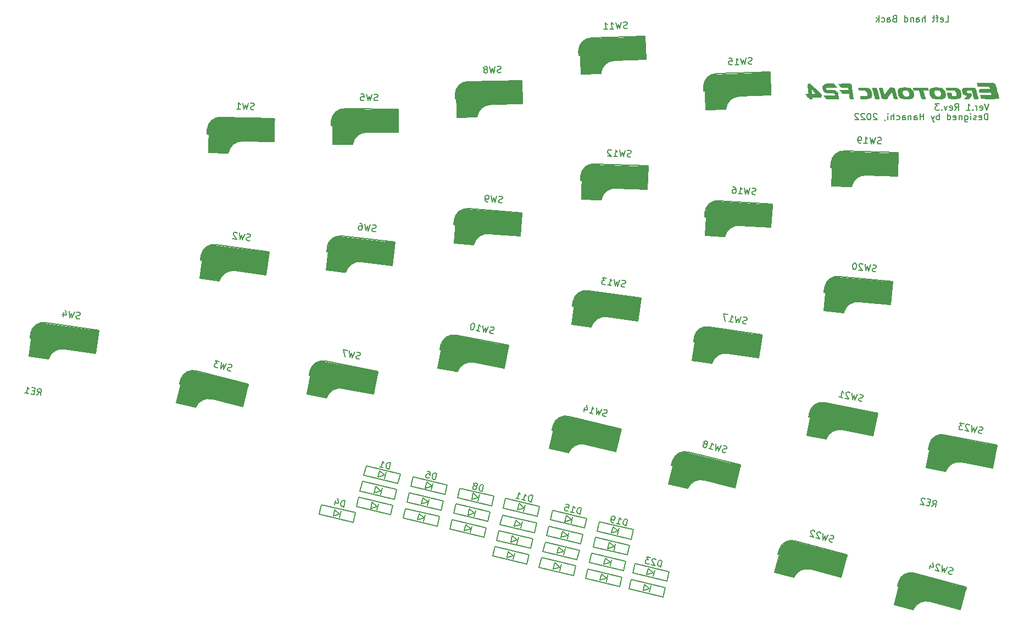
<source format=gbr>
%TF.GenerationSoftware,KiCad,Pcbnew,(6.0.5)*%
%TF.CreationDate,2022-07-31T14:46:34+09:00*%
%TF.ProjectId,ergotonic_f24-pcb-left,6572676f-746f-46e6-9963-5f6632342d70,rev?*%
%TF.SameCoordinates,Original*%
%TF.FileFunction,Legend,Bot*%
%TF.FilePolarity,Positive*%
%FSLAX46Y46*%
G04 Gerber Fmt 4.6, Leading zero omitted, Abs format (unit mm)*
G04 Created by KiCad (PCBNEW (6.0.5)) date 2022-07-31 14:46:34*
%MOMM*%
%LPD*%
G01*
G04 APERTURE LIST*
%ADD10C,0.150000*%
%ADD11C,0.500000*%
%ADD12C,3.000000*%
%ADD13C,0.800000*%
%ADD14C,0.300000*%
%ADD15C,1.000000*%
%ADD16C,3.500000*%
%ADD17C,0.400000*%
G04 APERTURE END LIST*
D10*
X-82744871Y-80987351D02*
X-82511425Y-80014981D01*
X-82742942Y-79959398D01*
X-82892969Y-79972352D01*
X-83007808Y-80042726D01*
X-83076344Y-80124216D01*
X-83167113Y-80298313D01*
X-83200463Y-80437223D01*
X-83198625Y-80633553D01*
X-83174555Y-80737276D01*
X-83104181Y-80852116D01*
X-82976387Y-80931768D01*
X-82744871Y-80987351D01*
X-84226577Y-80631624D02*
X-83670937Y-80765022D01*
X-83948757Y-80698323D02*
X-83715312Y-79725953D01*
X-83656055Y-79887096D01*
X-83585681Y-80001935D01*
X-83504191Y-80070472D01*
X-85152644Y-80409295D02*
X-84597004Y-80542693D01*
X-84874824Y-80475994D02*
X-84641379Y-79503624D01*
X-84582121Y-79664767D01*
X-84511748Y-79779607D01*
X-84430257Y-79848143D01*
X-68139871Y-84670351D02*
X-67906425Y-83697981D01*
X-68137942Y-83642398D01*
X-68287969Y-83655352D01*
X-68402808Y-83725726D01*
X-68471344Y-83807216D01*
X-68562113Y-83981313D01*
X-68595463Y-84120223D01*
X-68593625Y-84316553D01*
X-68569555Y-84420276D01*
X-68499181Y-84535116D01*
X-68371387Y-84614768D01*
X-68139871Y-84670351D01*
X-69621577Y-84314624D02*
X-69065937Y-84448022D01*
X-69343757Y-84381323D02*
X-69110312Y-83408953D01*
X-69051055Y-83570096D01*
X-68980681Y-83684935D01*
X-68899191Y-83753472D01*
X-70084611Y-84203460D02*
X-70269824Y-84158994D01*
X-70351314Y-84090458D01*
X-70386501Y-84033038D01*
X-70445758Y-83871895D01*
X-70447596Y-83675565D01*
X-70358664Y-83305139D01*
X-70290128Y-83223648D01*
X-70232708Y-83188462D01*
X-70128985Y-83164391D01*
X-69943772Y-83208857D01*
X-69862282Y-83277393D01*
X-69827095Y-83334813D01*
X-69803024Y-83438536D01*
X-69858607Y-83670053D01*
X-69927143Y-83751543D01*
X-69984563Y-83786730D01*
X-70088286Y-83810800D01*
X-70273499Y-83766334D01*
X-70354989Y-83697798D01*
X-70390176Y-83640378D01*
X-70414247Y-83536655D01*
X-12209523Y-19552380D02*
X-12542857Y-20552380D01*
X-12876190Y-19552380D01*
X-13590476Y-20504761D02*
X-13495238Y-20552380D01*
X-13304761Y-20552380D01*
X-13209523Y-20504761D01*
X-13161904Y-20409523D01*
X-13161904Y-20028571D01*
X-13209523Y-19933333D01*
X-13304761Y-19885714D01*
X-13495238Y-19885714D01*
X-13590476Y-19933333D01*
X-13638095Y-20028571D01*
X-13638095Y-20123809D01*
X-13161904Y-20219047D01*
X-14066666Y-20552380D02*
X-14066666Y-19885714D01*
X-14066666Y-20076190D02*
X-14114285Y-19980952D01*
X-14161904Y-19933333D01*
X-14257142Y-19885714D01*
X-14352380Y-19885714D01*
X-14685714Y-20457142D02*
X-14733333Y-20504761D01*
X-14685714Y-20552380D01*
X-14638095Y-20504761D01*
X-14685714Y-20457142D01*
X-14685714Y-20552380D01*
X-15685714Y-20552380D02*
X-15114285Y-20552380D01*
X-15399999Y-20552380D02*
X-15399999Y-19552380D01*
X-15304761Y-19695238D01*
X-15209523Y-19790476D01*
X-15114285Y-19838095D01*
X-17447619Y-20552380D02*
X-17114285Y-20076190D01*
X-16876190Y-20552380D02*
X-16876190Y-19552380D01*
X-17257142Y-19552380D01*
X-17352380Y-19600000D01*
X-17400000Y-19647619D01*
X-17447619Y-19742857D01*
X-17447619Y-19885714D01*
X-17400000Y-19980952D01*
X-17352380Y-20028571D01*
X-17257142Y-20076190D01*
X-16876190Y-20076190D01*
X-18257142Y-20504761D02*
X-18161904Y-20552380D01*
X-17971428Y-20552380D01*
X-17876190Y-20504761D01*
X-17828571Y-20409523D01*
X-17828571Y-20028571D01*
X-17876190Y-19933333D01*
X-17971428Y-19885714D01*
X-18161904Y-19885714D01*
X-18257142Y-19933333D01*
X-18304761Y-20028571D01*
X-18304761Y-20123809D01*
X-17828571Y-20219047D01*
X-18638095Y-19885714D02*
X-18876190Y-20552380D01*
X-19114285Y-19885714D01*
X-19495238Y-20457142D02*
X-19542857Y-20504761D01*
X-19495238Y-20552380D01*
X-19447619Y-20504761D01*
X-19495238Y-20457142D01*
X-19495238Y-20552380D01*
X-19876190Y-19552380D02*
X-20495238Y-19552380D01*
X-20161904Y-19933333D01*
X-20304761Y-19933333D01*
X-20400000Y-19980952D01*
X-20447619Y-20028571D01*
X-20495238Y-20123809D01*
X-20495238Y-20361904D01*
X-20447619Y-20457142D01*
X-20400000Y-20504761D01*
X-20304761Y-20552380D01*
X-20019047Y-20552380D01*
X-19923809Y-20504761D01*
X-19876190Y-20457142D01*
X-90319904Y-79352186D02*
X-90086459Y-78379816D01*
X-90317975Y-78324234D01*
X-90468002Y-78337188D01*
X-90582841Y-78407562D01*
X-90651378Y-78489052D01*
X-90742147Y-78663149D01*
X-90775496Y-78802059D01*
X-90773659Y-78998388D01*
X-90749588Y-79102112D01*
X-90679214Y-79216951D01*
X-90551421Y-79296604D01*
X-90319904Y-79352186D01*
X-91297787Y-78529751D02*
X-91194064Y-78505681D01*
X-91136644Y-78470494D01*
X-91068108Y-78389004D01*
X-91056991Y-78342701D01*
X-91081062Y-78238977D01*
X-91116248Y-78181558D01*
X-91197739Y-78113021D01*
X-91382952Y-78068556D01*
X-91486675Y-78092626D01*
X-91544095Y-78127813D01*
X-91612631Y-78209303D01*
X-91623748Y-78255607D01*
X-91599677Y-78359330D01*
X-91564490Y-78416749D01*
X-91483000Y-78485286D01*
X-91297787Y-78529751D01*
X-91216296Y-78598288D01*
X-91181110Y-78655707D01*
X-91157039Y-78759430D01*
X-91201505Y-78944644D01*
X-91270041Y-79026134D01*
X-91327461Y-79061321D01*
X-91431184Y-79085391D01*
X-91616397Y-79040926D01*
X-91697888Y-78972389D01*
X-91733074Y-78914970D01*
X-91757145Y-78811246D01*
X-91712679Y-78626033D01*
X-91644143Y-78544543D01*
X-91586723Y-78509356D01*
X-91483000Y-78485286D01*
X-104670904Y-75923186D02*
X-104437459Y-74950816D01*
X-104668975Y-74895234D01*
X-104819002Y-74908188D01*
X-104933841Y-74978562D01*
X-105002378Y-75060052D01*
X-105093147Y-75234149D01*
X-105126496Y-75373059D01*
X-105124659Y-75569388D01*
X-105100588Y-75673112D01*
X-105030214Y-75787951D01*
X-104902421Y-75867604D01*
X-104670904Y-75923186D01*
X-106152611Y-75567460D02*
X-105596971Y-75700857D01*
X-105874791Y-75634158D02*
X-105641345Y-74661789D01*
X-105582088Y-74822931D01*
X-105511714Y-74937771D01*
X-105430224Y-75006307D01*
X-12361904Y-22052380D02*
X-12361904Y-21052380D01*
X-12600000Y-21052380D01*
X-12742857Y-21100000D01*
X-12838095Y-21195238D01*
X-12885714Y-21290476D01*
X-12933333Y-21480952D01*
X-12933333Y-21623809D01*
X-12885714Y-21814285D01*
X-12838095Y-21909523D01*
X-12742857Y-22004761D01*
X-12600000Y-22052380D01*
X-12361904Y-22052380D01*
X-13742857Y-22004761D02*
X-13647619Y-22052380D01*
X-13457142Y-22052380D01*
X-13361904Y-22004761D01*
X-13314285Y-21909523D01*
X-13314285Y-21528571D01*
X-13361904Y-21433333D01*
X-13457142Y-21385714D01*
X-13647619Y-21385714D01*
X-13742857Y-21433333D01*
X-13790476Y-21528571D01*
X-13790476Y-21623809D01*
X-13314285Y-21719047D01*
X-14171428Y-22004761D02*
X-14266666Y-22052380D01*
X-14457142Y-22052380D01*
X-14552380Y-22004761D01*
X-14600000Y-21909523D01*
X-14600000Y-21861904D01*
X-14552380Y-21766666D01*
X-14457142Y-21719047D01*
X-14314285Y-21719047D01*
X-14219047Y-21671428D01*
X-14171428Y-21576190D01*
X-14171428Y-21528571D01*
X-14219047Y-21433333D01*
X-14314285Y-21385714D01*
X-14457142Y-21385714D01*
X-14552380Y-21433333D01*
X-15028571Y-22052380D02*
X-15028571Y-21385714D01*
X-15028571Y-21052380D02*
X-14980952Y-21100000D01*
X-15028571Y-21147619D01*
X-15076190Y-21100000D01*
X-15028571Y-21052380D01*
X-15028571Y-21147619D01*
X-15933333Y-21385714D02*
X-15933333Y-22195238D01*
X-15885714Y-22290476D01*
X-15838095Y-22338095D01*
X-15742857Y-22385714D01*
X-15600000Y-22385714D01*
X-15504761Y-22338095D01*
X-15933333Y-22004761D02*
X-15838095Y-22052380D01*
X-15647619Y-22052380D01*
X-15552380Y-22004761D01*
X-15504761Y-21957142D01*
X-15457142Y-21861904D01*
X-15457142Y-21576190D01*
X-15504761Y-21480952D01*
X-15552380Y-21433333D01*
X-15647619Y-21385714D01*
X-15838095Y-21385714D01*
X-15933333Y-21433333D01*
X-16409523Y-21385714D02*
X-16409523Y-22052380D01*
X-16409523Y-21480952D02*
X-16457142Y-21433333D01*
X-16552380Y-21385714D01*
X-16695238Y-21385714D01*
X-16790476Y-21433333D01*
X-16838095Y-21528571D01*
X-16838095Y-22052380D01*
X-17695238Y-22004761D02*
X-17600000Y-22052380D01*
X-17409523Y-22052380D01*
X-17314285Y-22004761D01*
X-17266666Y-21909523D01*
X-17266666Y-21528571D01*
X-17314285Y-21433333D01*
X-17409523Y-21385714D01*
X-17600000Y-21385714D01*
X-17695238Y-21433333D01*
X-17742857Y-21528571D01*
X-17742857Y-21623809D01*
X-17266666Y-21719047D01*
X-18600000Y-22052380D02*
X-18600000Y-21052380D01*
X-18600000Y-22004761D02*
X-18504761Y-22052380D01*
X-18314285Y-22052380D01*
X-18219047Y-22004761D01*
X-18171428Y-21957142D01*
X-18123809Y-21861904D01*
X-18123809Y-21576190D01*
X-18171428Y-21480952D01*
X-18219047Y-21433333D01*
X-18314285Y-21385714D01*
X-18504761Y-21385714D01*
X-18600000Y-21433333D01*
X-19838095Y-22052380D02*
X-19838095Y-21052380D01*
X-19838095Y-21433333D02*
X-19933333Y-21385714D01*
X-20123809Y-21385714D01*
X-20219047Y-21433333D01*
X-20266666Y-21480952D01*
X-20314285Y-21576190D01*
X-20314285Y-21861904D01*
X-20266666Y-21957142D01*
X-20219047Y-22004761D01*
X-20123809Y-22052380D01*
X-19933333Y-22052380D01*
X-19838095Y-22004761D01*
X-20647619Y-21385714D02*
X-20885714Y-22052380D01*
X-21123809Y-21385714D02*
X-20885714Y-22052380D01*
X-20790476Y-22290476D01*
X-20742857Y-22338095D01*
X-20647619Y-22385714D01*
X-22266666Y-22052380D02*
X-22266666Y-21052380D01*
X-22266666Y-21528571D02*
X-22838095Y-21528571D01*
X-22838095Y-22052380D02*
X-22838095Y-21052380D01*
X-23742857Y-22052380D02*
X-23742857Y-21528571D01*
X-23695238Y-21433333D01*
X-23599999Y-21385714D01*
X-23409523Y-21385714D01*
X-23314285Y-21433333D01*
X-23742857Y-22004761D02*
X-23647619Y-22052380D01*
X-23409523Y-22052380D01*
X-23314285Y-22004761D01*
X-23266666Y-21909523D01*
X-23266666Y-21814285D01*
X-23314285Y-21719047D01*
X-23409523Y-21671428D01*
X-23647619Y-21671428D01*
X-23742857Y-21623809D01*
X-24219047Y-21385714D02*
X-24219047Y-22052380D01*
X-24219047Y-21480952D02*
X-24266666Y-21433333D01*
X-24361904Y-21385714D01*
X-24504761Y-21385714D01*
X-24599999Y-21433333D01*
X-24647619Y-21528571D01*
X-24647619Y-22052380D01*
X-25552380Y-22052380D02*
X-25552380Y-21528571D01*
X-25504761Y-21433333D01*
X-25409523Y-21385714D01*
X-25219047Y-21385714D01*
X-25123809Y-21433333D01*
X-25552380Y-22004761D02*
X-25457142Y-22052380D01*
X-25219047Y-22052380D01*
X-25123809Y-22004761D01*
X-25076190Y-21909523D01*
X-25076190Y-21814285D01*
X-25123809Y-21719047D01*
X-25219047Y-21671428D01*
X-25457142Y-21671428D01*
X-25552380Y-21623809D01*
X-26457142Y-22004761D02*
X-26361904Y-22052380D01*
X-26171428Y-22052380D01*
X-26076190Y-22004761D01*
X-26028571Y-21957142D01*
X-25980952Y-21861904D01*
X-25980952Y-21576190D01*
X-26028571Y-21480952D01*
X-26076190Y-21433333D01*
X-26171428Y-21385714D01*
X-26361904Y-21385714D01*
X-26457142Y-21433333D01*
X-26885714Y-22052380D02*
X-26885714Y-21052380D01*
X-27314285Y-22052380D02*
X-27314285Y-21528571D01*
X-27266666Y-21433333D01*
X-27171428Y-21385714D01*
X-27028571Y-21385714D01*
X-26933333Y-21433333D01*
X-26885714Y-21480952D01*
X-27790476Y-22052380D02*
X-27790476Y-21385714D01*
X-27790476Y-21052380D02*
X-27742857Y-21100000D01*
X-27790476Y-21147619D01*
X-27838095Y-21100000D01*
X-27790476Y-21052380D01*
X-27790476Y-21147619D01*
X-28314285Y-22004761D02*
X-28314285Y-22052380D01*
X-28266666Y-22147619D01*
X-28219047Y-22195238D01*
X-29457142Y-21147619D02*
X-29504761Y-21100000D01*
X-29599999Y-21052380D01*
X-29838095Y-21052380D01*
X-29933333Y-21100000D01*
X-29980952Y-21147619D01*
X-30028571Y-21242857D01*
X-30028571Y-21338095D01*
X-29980952Y-21480952D01*
X-29409523Y-22052380D01*
X-30028571Y-22052380D01*
X-30647619Y-21052380D02*
X-30742857Y-21052380D01*
X-30838095Y-21100000D01*
X-30885714Y-21147619D01*
X-30933333Y-21242857D01*
X-30980952Y-21433333D01*
X-30980952Y-21671428D01*
X-30933333Y-21861904D01*
X-30885714Y-21957142D01*
X-30838095Y-22004761D01*
X-30742857Y-22052380D01*
X-30647619Y-22052380D01*
X-30552380Y-22004761D01*
X-30504761Y-21957142D01*
X-30457142Y-21861904D01*
X-30409523Y-21671428D01*
X-30409523Y-21433333D01*
X-30457142Y-21242857D01*
X-30504761Y-21147619D01*
X-30552380Y-21100000D01*
X-30647619Y-21052380D01*
X-31361904Y-21147619D02*
X-31409523Y-21100000D01*
X-31504761Y-21052380D01*
X-31742857Y-21052380D01*
X-31838095Y-21100000D01*
X-31885714Y-21147619D01*
X-31933333Y-21242857D01*
X-31933333Y-21338095D01*
X-31885714Y-21480952D01*
X-31314285Y-22052380D01*
X-31933333Y-22052380D01*
X-32314285Y-21147619D02*
X-32361904Y-21100000D01*
X-32457142Y-21052380D01*
X-32695238Y-21052380D01*
X-32790476Y-21100000D01*
X-32838095Y-21147619D01*
X-32885714Y-21242857D01*
X-32885714Y-21338095D01*
X-32838095Y-21480952D01*
X-32266666Y-22052380D01*
X-32885714Y-22052380D01*
X-97558904Y-77574186D02*
X-97325459Y-76601816D01*
X-97556975Y-76546234D01*
X-97707002Y-76559188D01*
X-97821841Y-76629562D01*
X-97890378Y-76711052D01*
X-97981147Y-76885149D01*
X-98014496Y-77024059D01*
X-98012659Y-77220388D01*
X-97988588Y-77324112D01*
X-97918214Y-77438951D01*
X-97790421Y-77518604D01*
X-97558904Y-77574186D01*
X-98760862Y-76257206D02*
X-98297829Y-76368371D01*
X-98362690Y-76842520D01*
X-98397877Y-76785101D01*
X-98479367Y-76716565D01*
X-98710884Y-76660982D01*
X-98814607Y-76685053D01*
X-98872026Y-76720240D01*
X-98940563Y-76801730D01*
X-98996145Y-77033246D01*
X-98972074Y-77136970D01*
X-98936888Y-77194389D01*
X-98855397Y-77262926D01*
X-98623881Y-77318508D01*
X-98520158Y-77294437D01*
X-98462738Y-77259250D01*
X-75251871Y-82892351D02*
X-75018425Y-81919981D01*
X-75249942Y-81864398D01*
X-75399969Y-81877352D01*
X-75514808Y-81947726D01*
X-75583344Y-82029216D01*
X-75674113Y-82203313D01*
X-75707463Y-82342223D01*
X-75705625Y-82538553D01*
X-75681555Y-82642276D01*
X-75611181Y-82757116D01*
X-75483387Y-82836768D01*
X-75251871Y-82892351D01*
X-76733577Y-82536624D02*
X-76177937Y-82670022D01*
X-76455757Y-82603323D02*
X-76222312Y-81630953D01*
X-76163055Y-81792096D01*
X-76092681Y-81906935D01*
X-76011191Y-81975472D01*
X-77379895Y-81353042D02*
X-76916862Y-81464206D01*
X-76981723Y-81938356D01*
X-77016910Y-81880936D01*
X-77098400Y-81812400D01*
X-77329917Y-81756818D01*
X-77433640Y-81780888D01*
X-77491060Y-81816075D01*
X-77559596Y-81897565D01*
X-77615178Y-82129082D01*
X-77591108Y-82232805D01*
X-77555921Y-82290225D01*
X-77474431Y-82358761D01*
X-77242914Y-82414343D01*
X-77139191Y-82390273D01*
X-77081771Y-82355086D01*
X-111655904Y-81765186D02*
X-111422459Y-80792816D01*
X-111653975Y-80737234D01*
X-111804002Y-80750188D01*
X-111918841Y-80820562D01*
X-111987378Y-80902052D01*
X-112078147Y-81076149D01*
X-112111496Y-81215059D01*
X-112109659Y-81411388D01*
X-112085588Y-81515112D01*
X-112015214Y-81629951D01*
X-111887421Y-81709604D01*
X-111655904Y-81765186D01*
X-112889374Y-80783446D02*
X-113045004Y-81431693D01*
X-112568926Y-80468602D02*
X-112504156Y-81218734D01*
X-113106099Y-81074220D01*
X-62805871Y-91020351D02*
X-62572425Y-90047981D01*
X-62803942Y-89992398D01*
X-62953969Y-90005352D01*
X-63068808Y-90075726D01*
X-63137344Y-90157216D01*
X-63228113Y-90331313D01*
X-63261463Y-90470223D01*
X-63259625Y-90666553D01*
X-63235555Y-90770276D01*
X-63165181Y-90885116D01*
X-63037387Y-90964768D01*
X-62805871Y-91020351D01*
X-63520725Y-89918258D02*
X-63555912Y-89860839D01*
X-63637402Y-89792302D01*
X-63868919Y-89736720D01*
X-63972642Y-89760791D01*
X-64030062Y-89795977D01*
X-64098598Y-89877468D01*
X-64120831Y-89970074D01*
X-64107877Y-90120101D01*
X-63685634Y-90809138D01*
X-64287577Y-90664624D01*
X-64378255Y-89614439D02*
X-64980199Y-89469925D01*
X-64745007Y-89918167D01*
X-64883917Y-89884818D01*
X-64987640Y-89908888D01*
X-65045060Y-89944075D01*
X-65113596Y-90025565D01*
X-65169178Y-90257082D01*
X-65145108Y-90360805D01*
X-65109921Y-90418225D01*
X-65028431Y-90486761D01*
X-64750611Y-90553460D01*
X-64646888Y-90529389D01*
X-64589468Y-90494202D01*
X-18955380Y-6929380D02*
X-18479190Y-6929380D01*
X-18479190Y-5929380D01*
X-19669666Y-6881761D02*
X-19574428Y-6929380D01*
X-19383952Y-6929380D01*
X-19288714Y-6881761D01*
X-19241095Y-6786523D01*
X-19241095Y-6405571D01*
X-19288714Y-6310333D01*
X-19383952Y-6262714D01*
X-19574428Y-6262714D01*
X-19669666Y-6310333D01*
X-19717285Y-6405571D01*
X-19717285Y-6500809D01*
X-19241095Y-6596047D01*
X-20002999Y-6262714D02*
X-20383952Y-6262714D01*
X-20145857Y-6929380D02*
X-20145857Y-6072238D01*
X-20193476Y-5977000D01*
X-20288714Y-5929380D01*
X-20383952Y-5929380D01*
X-20574428Y-6262714D02*
X-20955380Y-6262714D01*
X-20717285Y-5929380D02*
X-20717285Y-6786523D01*
X-20764904Y-6881761D01*
X-20860142Y-6929380D01*
X-20955380Y-6929380D01*
X-22050619Y-6929380D02*
X-22050619Y-5929380D01*
X-22479190Y-6929380D02*
X-22479190Y-6405571D01*
X-22431571Y-6310333D01*
X-22336333Y-6262714D01*
X-22193476Y-6262714D01*
X-22098238Y-6310333D01*
X-22050619Y-6357952D01*
X-23383952Y-6929380D02*
X-23383952Y-6405571D01*
X-23336333Y-6310333D01*
X-23241095Y-6262714D01*
X-23050619Y-6262714D01*
X-22955380Y-6310333D01*
X-23383952Y-6881761D02*
X-23288714Y-6929380D01*
X-23050619Y-6929380D01*
X-22955380Y-6881761D01*
X-22907761Y-6786523D01*
X-22907761Y-6691285D01*
X-22955380Y-6596047D01*
X-23050619Y-6548428D01*
X-23288714Y-6548428D01*
X-23383952Y-6500809D01*
X-23860142Y-6262714D02*
X-23860142Y-6929380D01*
X-23860142Y-6357952D02*
X-23907761Y-6310333D01*
X-24002999Y-6262714D01*
X-24145857Y-6262714D01*
X-24241095Y-6310333D01*
X-24288714Y-6405571D01*
X-24288714Y-6929380D01*
X-25193476Y-6929380D02*
X-25193476Y-5929380D01*
X-25193476Y-6881761D02*
X-25098238Y-6929380D01*
X-24907761Y-6929380D01*
X-24812523Y-6881761D01*
X-24764904Y-6834142D01*
X-24717285Y-6738904D01*
X-24717285Y-6453190D01*
X-24764904Y-6357952D01*
X-24812523Y-6310333D01*
X-24907761Y-6262714D01*
X-25098238Y-6262714D01*
X-25193476Y-6310333D01*
X-26764904Y-6405571D02*
X-26907761Y-6453190D01*
X-26955380Y-6500809D01*
X-27002999Y-6596047D01*
X-27002999Y-6738904D01*
X-26955380Y-6834142D01*
X-26907761Y-6881761D01*
X-26812523Y-6929380D01*
X-26431571Y-6929380D01*
X-26431571Y-5929380D01*
X-26764904Y-5929380D01*
X-26860142Y-5977000D01*
X-26907761Y-6024619D01*
X-26955380Y-6119857D01*
X-26955380Y-6215095D01*
X-26907761Y-6310333D01*
X-26860142Y-6357952D01*
X-26764904Y-6405571D01*
X-26431571Y-6405571D01*
X-27860142Y-6929380D02*
X-27860142Y-6405571D01*
X-27812523Y-6310333D01*
X-27717285Y-6262714D01*
X-27526809Y-6262714D01*
X-27431571Y-6310333D01*
X-27860142Y-6881761D02*
X-27764904Y-6929380D01*
X-27526809Y-6929380D01*
X-27431571Y-6881761D01*
X-27383952Y-6786523D01*
X-27383952Y-6691285D01*
X-27431571Y-6596047D01*
X-27526809Y-6548428D01*
X-27764904Y-6548428D01*
X-27860142Y-6500809D01*
X-28764904Y-6881761D02*
X-28669666Y-6929380D01*
X-28479190Y-6929380D01*
X-28383952Y-6881761D01*
X-28336333Y-6834142D01*
X-28288714Y-6738904D01*
X-28288714Y-6453190D01*
X-28336333Y-6357952D01*
X-28383952Y-6310333D01*
X-28479190Y-6262714D01*
X-28669666Y-6262714D01*
X-28764904Y-6310333D01*
X-29193476Y-6929380D02*
X-29193476Y-5929380D01*
X-29288714Y-6548428D02*
X-29574428Y-6929380D01*
X-29574428Y-6262714D02*
X-29193476Y-6643666D01*
%TO.C,U1*%
%TO.C,SW16*%
X-48182017Y-33548213D02*
X-48327596Y-33586717D01*
X-48565216Y-33571684D01*
X-48657258Y-33518147D01*
X-48701775Y-33467616D01*
X-48743286Y-33369562D01*
X-48737273Y-33274514D01*
X-48683735Y-33182472D01*
X-48633205Y-33137955D01*
X-48535150Y-33096444D01*
X-48342047Y-33060946D01*
X-48243993Y-33019436D01*
X-48193462Y-32974918D01*
X-48139925Y-32882877D01*
X-48133912Y-32787829D01*
X-48175422Y-32689774D01*
X-48219940Y-32639243D01*
X-48311981Y-32585706D01*
X-48549601Y-32570673D01*
X-48695180Y-32609177D01*
X-49024842Y-32540607D02*
X-49325601Y-33523578D01*
X-49470598Y-32798691D01*
X-49705793Y-33499526D01*
X-49880274Y-32486488D01*
X-50846370Y-33427367D02*
X-50276082Y-33463446D01*
X-50561226Y-33445406D02*
X-50498087Y-32447402D01*
X-50412059Y-32595987D01*
X-50323024Y-32697048D01*
X-50230982Y-32750586D01*
X-51638664Y-32375243D02*
X-51448568Y-32387269D01*
X-51356526Y-32440807D01*
X-51312009Y-32491337D01*
X-51225980Y-32639923D01*
X-51190483Y-32833025D01*
X-51214536Y-33213218D01*
X-51268073Y-33305259D01*
X-51318604Y-33349777D01*
X-51416658Y-33391287D01*
X-51606755Y-33379261D01*
X-51698796Y-33325724D01*
X-51743313Y-33275193D01*
X-51784824Y-33177138D01*
X-51769791Y-32939518D01*
X-51716254Y-32847477D01*
X-51665723Y-32802959D01*
X-51567669Y-32761449D01*
X-51377572Y-32773475D01*
X-51285531Y-32827012D01*
X-51241014Y-32877543D01*
X-51199503Y-32975598D01*
%TO.C,SW5*%
X-106408163Y-19038897D02*
X-106551259Y-19085792D01*
X-106789351Y-19084587D01*
X-106884347Y-19036487D01*
X-106931725Y-18988627D01*
X-106978861Y-18893149D01*
X-106978379Y-18797912D01*
X-106930279Y-18702917D01*
X-106882419Y-18655539D01*
X-106786941Y-18608403D01*
X-106596226Y-18561748D01*
X-106500749Y-18514612D01*
X-106452889Y-18467235D01*
X-106404789Y-18372239D01*
X-106404307Y-18277002D01*
X-106451443Y-18181524D01*
X-106498820Y-18133664D01*
X-106593816Y-18085564D01*
X-106831908Y-18084359D01*
X-106975005Y-18131254D01*
X-107308093Y-18081949D02*
X-107551246Y-19080731D01*
X-107738105Y-18365490D01*
X-107932194Y-19078803D01*
X-108165225Y-18077610D01*
X-109022357Y-18073272D02*
X-108546172Y-18075682D01*
X-108500964Y-18552108D01*
X-108548341Y-18504248D01*
X-108643337Y-18456148D01*
X-108881429Y-18454942D01*
X-108976907Y-18502079D01*
X-109024767Y-18549456D01*
X-109072867Y-18644452D01*
X-109074072Y-18882544D01*
X-109026936Y-18978022D01*
X-108979559Y-19025882D01*
X-108884563Y-19073982D01*
X-108646471Y-19075187D01*
X-108550993Y-19028051D01*
X-108503133Y-18980673D01*
%TO.C,SW9*%
X-87238265Y-34822227D02*
X-87384469Y-34858287D01*
X-87621804Y-34839274D01*
X-87712935Y-34784203D01*
X-87756600Y-34732933D01*
X-87796462Y-34634197D01*
X-87788857Y-34539263D01*
X-87733785Y-34448131D01*
X-87682516Y-34404467D01*
X-87583779Y-34364605D01*
X-87390109Y-34332347D01*
X-87291373Y-34292485D01*
X-87240103Y-34248821D01*
X-87185031Y-34157689D01*
X-87177427Y-34062755D01*
X-87217289Y-33964019D01*
X-87260953Y-33912749D01*
X-87352085Y-33857677D01*
X-87589420Y-33838665D01*
X-87735623Y-33874725D01*
X-88064090Y-33800641D02*
X-88381276Y-34778436D01*
X-88514107Y-34051221D01*
X-88761012Y-34748016D01*
X-88918496Y-33732197D01*
X-89425549Y-34694782D02*
X-89615417Y-34679573D01*
X-89706549Y-34624501D01*
X-89750213Y-34573231D01*
X-89833740Y-34423225D01*
X-89865997Y-34229555D01*
X-89835578Y-33849819D01*
X-89780506Y-33758688D01*
X-89729237Y-33715023D01*
X-89630500Y-33675161D01*
X-89440632Y-33690371D01*
X-89349501Y-33745442D01*
X-89305836Y-33796712D01*
X-89265974Y-33895448D01*
X-89284986Y-34132783D01*
X-89340058Y-34223915D01*
X-89391328Y-34267579D01*
X-89490064Y-34307441D01*
X-89679932Y-34292232D01*
X-89771063Y-34237160D01*
X-89814728Y-34185890D01*
X-89854590Y-34087154D01*
%TO.C,SW13*%
X-68321093Y-47830032D02*
X-68469003Y-47858288D01*
X-68704996Y-47826716D01*
X-68793079Y-47766888D01*
X-68833963Y-47713375D01*
X-68868533Y-47612664D01*
X-68855904Y-47518267D01*
X-68796077Y-47430184D01*
X-68742564Y-47389300D01*
X-68641852Y-47354730D01*
X-68446744Y-47332789D01*
X-68346032Y-47298220D01*
X-68292519Y-47257335D01*
X-68232692Y-47169253D01*
X-68220063Y-47074856D01*
X-68254633Y-46974144D01*
X-68295517Y-46920631D01*
X-68383600Y-46860804D01*
X-68619592Y-46829232D01*
X-68767502Y-46857487D01*
X-69091578Y-46766088D02*
X-69460173Y-47725685D01*
X-69554251Y-46992450D01*
X-69837761Y-47675170D01*
X-69941151Y-46652429D01*
X-70970526Y-47523624D02*
X-70404144Y-47599397D01*
X-70687335Y-47561511D02*
X-70554732Y-46570342D01*
X-70479278Y-46724566D01*
X-70397510Y-46831592D01*
X-70309428Y-46891419D01*
X-71168313Y-46488254D02*
X-71781894Y-46406167D01*
X-71502020Y-46827956D01*
X-71643615Y-46809013D01*
X-71744327Y-46843583D01*
X-71797840Y-46884467D01*
X-71857667Y-46972550D01*
X-71889239Y-47208542D01*
X-71854669Y-47309254D01*
X-71813785Y-47362767D01*
X-71725703Y-47422594D01*
X-71442511Y-47460480D01*
X-71341800Y-47425911D01*
X-71288287Y-47385027D01*
%TO.C,SW14*%
X-71215703Y-67809439D02*
X-71365722Y-67822471D01*
X-71597268Y-67767010D01*
X-71678794Y-67698517D01*
X-71714011Y-67641115D01*
X-71738136Y-67537405D01*
X-71715951Y-67444787D01*
X-71647458Y-67363261D01*
X-71590057Y-67328044D01*
X-71486346Y-67303919D01*
X-71290017Y-67301979D01*
X-71186307Y-67277854D01*
X-71128905Y-67242637D01*
X-71060412Y-67161111D01*
X-71038228Y-67068493D01*
X-71062352Y-66964782D01*
X-71097569Y-66907381D01*
X-71179095Y-66838887D01*
X-71410641Y-66783426D01*
X-71560661Y-66796459D01*
X-71873732Y-66672504D02*
X-72338214Y-67589535D01*
X-72357068Y-66850529D01*
X-72708688Y-67500798D01*
X-72707297Y-66472845D01*
X-73820107Y-67234585D02*
X-73264397Y-67367691D01*
X-73542252Y-67301138D02*
X-73309316Y-66328646D01*
X-73249974Y-66489758D01*
X-73179540Y-66604560D01*
X-73098014Y-66673054D01*
X-74498381Y-66386597D02*
X-74653672Y-67034925D01*
X-74178097Y-66071585D02*
X-74112935Y-66821683D01*
X-74714954Y-66677485D01*
%TO.C,SW19*%
X-28827743Y-25715689D02*
X-28972190Y-25758243D01*
X-29210137Y-25749850D01*
X-29303638Y-25698904D01*
X-29349549Y-25649636D01*
X-29393781Y-25552778D01*
X-29390424Y-25457599D01*
X-29339478Y-25364099D01*
X-29290210Y-25318188D01*
X-29193353Y-25273956D01*
X-29001316Y-25233080D01*
X-28904459Y-25188848D01*
X-28855191Y-25142937D01*
X-28804244Y-25049436D01*
X-28800887Y-24954257D01*
X-28845120Y-24857400D01*
X-28891031Y-24808132D01*
X-28984531Y-24757186D01*
X-29222479Y-24748793D01*
X-29366925Y-24791347D01*
X-29698373Y-24732008D02*
X-29971569Y-25722994D01*
X-30136749Y-25002438D01*
X-30352284Y-25709566D01*
X-30554983Y-24701795D01*
X-31494431Y-25669282D02*
X-30923358Y-25689424D01*
X-31208895Y-25679353D02*
X-31173646Y-24679975D01*
X-31083503Y-24826100D01*
X-30991681Y-24924636D01*
X-30898181Y-24975583D01*
X-31970326Y-25652498D02*
X-32160684Y-25645784D01*
X-32254184Y-25594837D01*
X-32300095Y-25545569D01*
X-32390239Y-25399444D01*
X-32431114Y-25207408D01*
X-32417686Y-24826692D01*
X-32366740Y-24733191D01*
X-32317472Y-24687280D01*
X-32220614Y-24643048D01*
X-32030257Y-24649762D01*
X-31936756Y-24700708D01*
X-31890845Y-24749976D01*
X-31846613Y-24846834D01*
X-31855005Y-25084781D01*
X-31905952Y-25178281D01*
X-31955220Y-25224192D01*
X-32052077Y-25268425D01*
X-32242435Y-25261711D01*
X-32335935Y-25210764D01*
X-32381846Y-25161497D01*
X-32426079Y-25064639D01*
%TO.C,SW8*%
X-87398111Y-14723131D02*
X-87540063Y-14773385D01*
X-87778118Y-14777790D01*
X-87874220Y-14731940D01*
X-87922712Y-14685211D01*
X-87972085Y-14590870D01*
X-87973847Y-14495648D01*
X-87927998Y-14399545D01*
X-87881268Y-14351053D01*
X-87786927Y-14301681D01*
X-87597364Y-14250546D01*
X-87503023Y-14201173D01*
X-87456293Y-14152681D01*
X-87410444Y-14056579D01*
X-87412206Y-13961357D01*
X-87461579Y-13867016D01*
X-87510071Y-13820286D01*
X-87606174Y-13774437D01*
X-87844228Y-13778842D01*
X-87986180Y-13829095D01*
X-88320337Y-13787651D02*
X-88539892Y-14791884D01*
X-88743550Y-14081245D01*
X-88920779Y-14798932D01*
X-89177333Y-13803507D01*
X-89693125Y-14241696D02*
X-89598784Y-14192323D01*
X-89552054Y-14143831D01*
X-89506205Y-14047728D01*
X-89507086Y-14000118D01*
X-89556459Y-13905777D01*
X-89604950Y-13859047D01*
X-89701053Y-13813198D01*
X-89891497Y-13816721D01*
X-89985838Y-13866094D01*
X-90032568Y-13914586D01*
X-90078417Y-14010689D01*
X-90077536Y-14058300D01*
X-90028163Y-14152640D01*
X-89979671Y-14199370D01*
X-89883568Y-14245219D01*
X-89693125Y-14241696D01*
X-89597022Y-14287545D01*
X-89548530Y-14334275D01*
X-89499157Y-14428616D01*
X-89495634Y-14619059D01*
X-89541483Y-14715162D01*
X-89588213Y-14763654D01*
X-89682554Y-14813027D01*
X-89872997Y-14816550D01*
X-89969100Y-14770701D01*
X-90017592Y-14723971D01*
X-90066965Y-14629630D01*
X-90070488Y-14439187D01*
X-90024639Y-14343084D01*
X-89977909Y-14294592D01*
X-89883568Y-14245219D01*
%TO.C,SW2*%
X-126121793Y-40658909D02*
X-126269678Y-40687293D01*
X-126505698Y-40655927D01*
X-126593833Y-40596177D01*
X-126634764Y-40542699D01*
X-126669422Y-40442018D01*
X-126656875Y-40347610D01*
X-126597125Y-40259475D01*
X-126543648Y-40218544D01*
X-126442966Y-40183887D01*
X-126247877Y-40161775D01*
X-126147196Y-40127118D01*
X-126093718Y-40086187D01*
X-126033968Y-39998052D01*
X-126021422Y-39903644D01*
X-126056079Y-39802963D01*
X-126097010Y-39749486D01*
X-126185145Y-39689735D01*
X-126421165Y-39658369D01*
X-126569050Y-39686754D01*
X-126893205Y-39595637D02*
X-127260963Y-40555556D01*
X-127355681Y-39822402D01*
X-127638595Y-40505370D01*
X-127742878Y-39482719D01*
X-128085853Y-39533215D02*
X-128126783Y-39479738D01*
X-128214918Y-39419987D01*
X-128450938Y-39388621D01*
X-128551620Y-39423279D01*
X-128605097Y-39464210D01*
X-128664847Y-39552344D01*
X-128677394Y-39646752D01*
X-128649009Y-39794638D01*
X-128157839Y-40436365D01*
X-128771492Y-40354813D01*
%TO.C,SW7*%
X-109227225Y-58940118D02*
X-109376493Y-58959995D01*
X-109610331Y-58915176D01*
X-109694903Y-58850481D01*
X-109732707Y-58794749D01*
X-109761548Y-58692250D01*
X-109743620Y-58598714D01*
X-109678925Y-58514143D01*
X-109623193Y-58476339D01*
X-109520694Y-58447498D01*
X-109324659Y-58436585D01*
X-109222160Y-58407745D01*
X-109166428Y-58369941D01*
X-109101733Y-58285369D01*
X-109083806Y-58191834D01*
X-109112646Y-58089334D01*
X-109150450Y-58033603D01*
X-109235022Y-57968908D01*
X-109468861Y-57924089D01*
X-109618128Y-57943966D01*
X-109936539Y-57834452D02*
X-110358616Y-58771756D01*
X-110411231Y-58034385D01*
X-110732758Y-58700046D01*
X-110778359Y-57673104D01*
X-111058965Y-57619322D02*
X-111713714Y-57493830D01*
X-111481043Y-58556627D01*
%TO.C,SW3*%
X-129072025Y-60766353D02*
X-129222235Y-60776975D01*
X-129452860Y-60717803D01*
X-129533276Y-60648009D01*
X-129567567Y-60590050D01*
X-129590023Y-60485966D01*
X-129566354Y-60393715D01*
X-129496561Y-60313300D01*
X-129438601Y-60279009D01*
X-129334517Y-60256552D01*
X-129138182Y-60257765D01*
X-129034098Y-60235308D01*
X-128976138Y-60201018D01*
X-128906345Y-60120602D01*
X-128882676Y-60028352D01*
X-128905132Y-59924267D01*
X-128939423Y-59866308D01*
X-129019839Y-59796514D01*
X-129250464Y-59737342D01*
X-129400674Y-59747964D01*
X-129711715Y-59618999D02*
X-130190861Y-60528454D01*
X-130197847Y-59789241D01*
X-130559862Y-60433779D01*
X-130541966Y-59405981D01*
X-130818717Y-59334975D02*
X-131418343Y-59181129D01*
X-131190142Y-59632970D01*
X-131328517Y-59597467D01*
X-131432602Y-59619923D01*
X-131490561Y-59654214D01*
X-131560355Y-59734630D01*
X-131619526Y-59965255D01*
X-131597070Y-60069340D01*
X-131562779Y-60127299D01*
X-131482363Y-60197093D01*
X-131205613Y-60268099D01*
X-131101528Y-60245642D01*
X-131043569Y-60211352D01*
%TO.C,RE1*%
X-158954347Y-64475314D02*
X-158557984Y-64050148D01*
X-158388479Y-64554841D02*
X-158249306Y-63564573D01*
X-158626551Y-63511555D01*
X-158727490Y-63545456D01*
X-158781273Y-63585984D01*
X-158841683Y-63673668D01*
X-158861565Y-63815135D01*
X-158827664Y-63916074D01*
X-158787135Y-63969856D01*
X-158699451Y-64030267D01*
X-158322206Y-64083285D01*
X-159305847Y-63896956D02*
X-159635936Y-63850565D01*
X-159850303Y-64349395D02*
X-159378747Y-64415668D01*
X-159239574Y-63425400D01*
X-159711130Y-63359127D01*
X-160793416Y-64216849D02*
X-160227548Y-64296377D01*
X-160510482Y-64256613D02*
X-160371309Y-63266345D01*
X-160296880Y-63421066D01*
X-160215823Y-63528632D01*
X-160128139Y-63589043D01*
%TO.C,SW1*%
X-125477568Y-20420152D02*
X-125621328Y-20464970D01*
X-125859378Y-20460316D01*
X-125953667Y-20410844D01*
X-126000346Y-20362303D01*
X-126046095Y-20266153D01*
X-126044233Y-20170933D01*
X-125994762Y-20076644D01*
X-125946221Y-20029965D01*
X-125850070Y-19984216D01*
X-125658700Y-19940329D01*
X-125562549Y-19894581D01*
X-125514008Y-19847902D01*
X-125464537Y-19753613D01*
X-125462675Y-19658393D01*
X-125508423Y-19562242D01*
X-125555103Y-19513701D01*
X-125649392Y-19464230D01*
X-125887441Y-19459576D01*
X-126031202Y-19504394D01*
X-126363541Y-19450268D02*
X-126621137Y-20445423D01*
X-126797615Y-19727551D01*
X-127002017Y-20437977D01*
X-127220520Y-19433514D01*
X-128144656Y-20415638D02*
X-127573336Y-20426807D01*
X-127858996Y-20421223D02*
X-127839449Y-19421414D01*
X-127747022Y-19566105D01*
X-127653664Y-19663187D01*
X-127559374Y-19712658D01*
%TO.C,SW6*%
X-106753136Y-39244804D02*
X-106900492Y-39275817D01*
X-107137033Y-39248657D01*
X-107226218Y-39190485D01*
X-107268094Y-39137745D01*
X-107304538Y-39037696D01*
X-107293675Y-38943080D01*
X-107235503Y-38853895D01*
X-107182762Y-38812019D01*
X-107082714Y-38775575D01*
X-106888049Y-38749994D01*
X-106788001Y-38713550D01*
X-106735261Y-38671673D01*
X-106677089Y-38582489D01*
X-106666225Y-38487872D01*
X-106702669Y-38387824D01*
X-106744546Y-38335084D01*
X-106833730Y-38276912D01*
X-107070271Y-38249752D01*
X-107217628Y-38280765D01*
X-107543353Y-38195433D02*
X-107893965Y-39161746D01*
X-108001719Y-38430395D01*
X-108272431Y-39118291D01*
X-108394901Y-38097659D01*
X-109199141Y-38005316D02*
X-109009908Y-38027044D01*
X-108920724Y-38085216D01*
X-108878848Y-38137956D01*
X-108800527Y-38290744D01*
X-108774946Y-38485409D01*
X-108818402Y-38863875D01*
X-108876574Y-38953060D01*
X-108929314Y-38994936D01*
X-109029362Y-39031380D01*
X-109218595Y-39009653D01*
X-109307780Y-38951481D01*
X-109349656Y-38898740D01*
X-109386100Y-38798692D01*
X-109358941Y-38562151D01*
X-109300769Y-38472966D01*
X-109248029Y-38431090D01*
X-109147980Y-38394646D01*
X-108958747Y-38416373D01*
X-108869563Y-38474545D01*
X-108827686Y-38527286D01*
X-108791242Y-38627334D01*
%TO.C,SW4*%
X-152376106Y-52732125D02*
X-152524200Y-52759399D01*
X-152759978Y-52726263D01*
X-152847662Y-52665853D01*
X-152888191Y-52612070D01*
X-152922092Y-52511131D01*
X-152908837Y-52416820D01*
X-152848427Y-52329136D01*
X-152794644Y-52288608D01*
X-152693705Y-52254706D01*
X-152498456Y-52234060D01*
X-152397517Y-52200159D01*
X-152343734Y-52159631D01*
X-152283324Y-52071947D01*
X-152270069Y-51977635D01*
X-152303970Y-51876697D01*
X-152344499Y-51822914D01*
X-152432183Y-51762504D01*
X-152667961Y-51729367D01*
X-152816055Y-51756641D01*
X-153139517Y-51663094D02*
X-153514468Y-52620226D01*
X-153603681Y-51886383D01*
X-153891713Y-52567208D01*
X-153988318Y-51543803D01*
X-154836355Y-51761229D02*
X-154929137Y-52421407D01*
X-154547558Y-51417120D02*
X-154411190Y-52157591D01*
X-155024213Y-52071436D01*
%TO.C,SW20*%
X-29637664Y-45415751D02*
X-29784387Y-45449637D01*
X-30021413Y-45427107D01*
X-30111718Y-45370689D01*
X-30154617Y-45318777D01*
X-30193010Y-45219460D01*
X-30183998Y-45124650D01*
X-30127580Y-45034345D01*
X-30075669Y-44991446D01*
X-29976352Y-44953053D01*
X-29782224Y-44923672D01*
X-29682907Y-44885279D01*
X-29630996Y-44842380D01*
X-29574578Y-44752075D01*
X-29565566Y-44657265D01*
X-29603959Y-44557948D01*
X-29646858Y-44506036D01*
X-29737162Y-44449619D01*
X-29974189Y-44427088D01*
X-30120911Y-44460975D01*
X-30448243Y-44382026D02*
X-30779899Y-45355008D01*
X-30901928Y-44625903D01*
X-31159142Y-45318958D01*
X-31301539Y-44300915D01*
X-31642389Y-44364183D02*
X-31685288Y-44312271D01*
X-31775593Y-44255853D01*
X-32012620Y-44233322D01*
X-32111936Y-44271715D01*
X-32163848Y-44314615D01*
X-32220266Y-44404919D01*
X-32229278Y-44499730D01*
X-32195391Y-44646452D01*
X-31680601Y-45269391D01*
X-32296871Y-45210810D01*
X-32818511Y-44156718D02*
X-32913321Y-44147705D01*
X-33012638Y-44186098D01*
X-33064550Y-44228997D01*
X-33120968Y-44319302D01*
X-33186398Y-44504417D01*
X-33208928Y-44741444D01*
X-33179548Y-44935572D01*
X-33141155Y-45034889D01*
X-33098256Y-45086800D01*
X-33007951Y-45143218D01*
X-32913140Y-45152230D01*
X-32813823Y-45113837D01*
X-32761912Y-45070938D01*
X-32705494Y-44980633D01*
X-32640064Y-44795518D01*
X-32617533Y-44558491D01*
X-32646914Y-44364364D01*
X-32685307Y-44265047D01*
X-32728206Y-44213135D01*
X-32818511Y-44156718D01*
%TO.C,SW15*%
X-48693710Y-13393539D02*
X-48834772Y-13446238D01*
X-49072715Y-13454755D01*
X-49169596Y-13410573D01*
X-49218888Y-13364688D01*
X-49269883Y-13271214D01*
X-49273290Y-13176037D01*
X-49229108Y-13079156D01*
X-49183223Y-13029864D01*
X-49089749Y-12978869D01*
X-48901098Y-12924467D01*
X-48807624Y-12873471D01*
X-48761739Y-12824179D01*
X-48717558Y-12727299D01*
X-48720964Y-12632122D01*
X-48771960Y-12538648D01*
X-48821252Y-12492763D01*
X-48918132Y-12448581D01*
X-49156075Y-12457098D01*
X-49297137Y-12509797D01*
X-49631961Y-12474132D02*
X-49834132Y-13482009D01*
X-50050038Y-12774994D01*
X-50214841Y-13495636D01*
X-50488555Y-12504794D01*
X-51356966Y-13536518D02*
X-50785904Y-13516077D01*
X-51071435Y-13526298D02*
X-51107207Y-12526938D01*
X-51006919Y-12666297D01*
X-50908335Y-12758067D01*
X-50811455Y-12802249D01*
X-52296921Y-12569523D02*
X-51821035Y-12552489D01*
X-51756412Y-13026671D01*
X-51805704Y-12980786D01*
X-51902585Y-12936604D01*
X-52140528Y-12945121D01*
X-52234002Y-12996117D01*
X-52279887Y-13045409D01*
X-52324068Y-13142289D01*
X-52315551Y-13380232D01*
X-52264556Y-13473706D01*
X-52215264Y-13519591D01*
X-52118384Y-13563773D01*
X-51880441Y-13555256D01*
X-51786967Y-13504260D01*
X-51741082Y-13454968D01*
%TO.C,SW10*%
X-88614313Y-55007287D02*
X-88763514Y-55027658D01*
X-88997500Y-54983615D01*
X-89082286Y-54919201D01*
X-89120274Y-54863595D01*
X-89149454Y-54761192D01*
X-89131837Y-54667597D01*
X-89067423Y-54582812D01*
X-89011817Y-54544823D01*
X-88909414Y-54515643D01*
X-88713416Y-54504080D01*
X-88611013Y-54474900D01*
X-88555407Y-54436911D01*
X-88490993Y-54352125D01*
X-88473376Y-54258531D01*
X-88502556Y-54156128D01*
X-88540544Y-54100522D01*
X-88625330Y-54036108D01*
X-88859316Y-53992065D01*
X-89008517Y-54012436D01*
X-89327289Y-53903979D02*
X-89746256Y-54842678D01*
X-89801316Y-54105485D01*
X-90120634Y-54772209D01*
X-90169639Y-53745424D01*
X-91243768Y-54560803D02*
X-90682201Y-54666506D01*
X-90962984Y-54613654D02*
X-90778004Y-53630912D01*
X-90710835Y-53788921D01*
X-90634858Y-53900133D01*
X-90550072Y-53964547D01*
X-91667151Y-53463549D02*
X-91760746Y-53445931D01*
X-91863149Y-53475111D01*
X-91918755Y-53513100D01*
X-91983169Y-53597886D01*
X-92065201Y-53776266D01*
X-92109244Y-54010253D01*
X-92097681Y-54206250D01*
X-92068501Y-54308653D01*
X-92030512Y-54364259D01*
X-91945726Y-54428674D01*
X-91852132Y-54446291D01*
X-91749729Y-54417111D01*
X-91694123Y-54379122D01*
X-91629708Y-54294336D01*
X-91547677Y-54115956D01*
X-91503634Y-53881970D01*
X-91515197Y-53685972D01*
X-91544377Y-53583569D01*
X-91582365Y-53527963D01*
X-91667151Y-53463549D01*
%TO.C,SW12*%
X-67401743Y-27712689D02*
X-67546190Y-27755243D01*
X-67784137Y-27746850D01*
X-67877638Y-27695904D01*
X-67923549Y-27646636D01*
X-67967781Y-27549778D01*
X-67964424Y-27454599D01*
X-67913478Y-27361099D01*
X-67864210Y-27315188D01*
X-67767353Y-27270956D01*
X-67575316Y-27230080D01*
X-67478459Y-27185848D01*
X-67429191Y-27139937D01*
X-67378244Y-27046436D01*
X-67374887Y-26951257D01*
X-67419120Y-26854400D01*
X-67465031Y-26805132D01*
X-67558531Y-26754186D01*
X-67796479Y-26745793D01*
X-67940925Y-26788347D01*
X-68272373Y-26729008D02*
X-68545569Y-27719994D01*
X-68710749Y-26999438D01*
X-68926284Y-27706566D01*
X-69128983Y-26698795D01*
X-70068431Y-27666282D02*
X-69497358Y-27686424D01*
X-69782895Y-27676353D02*
X-69747646Y-26676975D01*
X-69657503Y-26823100D01*
X-69565681Y-26921636D01*
X-69472181Y-26972583D01*
X-70417256Y-26748655D02*
X-70463167Y-26699387D01*
X-70556667Y-26648440D01*
X-70794614Y-26640048D01*
X-70891472Y-26684280D01*
X-70940740Y-26730191D01*
X-70991686Y-26823692D01*
X-70995043Y-26918871D01*
X-70952489Y-27063318D01*
X-70401558Y-27654533D01*
X-71020221Y-27632713D01*
%TO.C,SW23*%
X-13317113Y-70427334D02*
X-13466476Y-70446481D01*
X-13700093Y-70400520D01*
X-13784347Y-70335413D01*
X-13821879Y-70279497D01*
X-13850218Y-70176858D01*
X-13831833Y-70083411D01*
X-13766726Y-69999156D01*
X-13710810Y-69961625D01*
X-13608171Y-69933286D01*
X-13412085Y-69923331D01*
X-13309446Y-69894992D01*
X-13253531Y-69857461D01*
X-13188423Y-69773206D01*
X-13170038Y-69679760D01*
X-13198377Y-69577121D01*
X-13235909Y-69521205D01*
X-13320163Y-69456097D01*
X-13553780Y-69410136D01*
X-13703143Y-69429283D01*
X-14021015Y-69318215D02*
X-14447667Y-70253445D01*
X-14496678Y-69515825D01*
X-14821455Y-70179908D01*
X-14862036Y-69152755D01*
X-15207484Y-69181857D02*
X-15245016Y-69125941D01*
X-15329270Y-69060834D01*
X-15562887Y-69014873D01*
X-15665526Y-69043212D01*
X-15721442Y-69080743D01*
X-15786550Y-69164998D01*
X-15804934Y-69258445D01*
X-15785787Y-69407807D01*
X-15335412Y-70078794D01*
X-15942817Y-69959296D01*
X-16076845Y-68913759D02*
X-16684249Y-68794260D01*
X-16430723Y-69232393D01*
X-16570893Y-69204816D01*
X-16673532Y-69233156D01*
X-16729448Y-69270687D01*
X-16794555Y-69354941D01*
X-16840516Y-69588559D01*
X-16812177Y-69691198D01*
X-16774646Y-69747113D01*
X-16690391Y-69812221D01*
X-16410051Y-69867374D01*
X-16307412Y-69839035D01*
X-16251496Y-69801504D01*
%TO.C,SW18*%
X-52798229Y-73362195D02*
X-52948363Y-73373839D01*
X-53179386Y-73316239D01*
X-53260275Y-73246994D01*
X-53294959Y-73189269D01*
X-53318123Y-73085340D01*
X-53295083Y-72992931D01*
X-53225839Y-72912042D01*
X-53168114Y-72877357D01*
X-53064185Y-72854193D01*
X-52867846Y-72854069D01*
X-52763917Y-72830904D01*
X-52706193Y-72796220D01*
X-52636948Y-72715331D01*
X-52613908Y-72622922D01*
X-52637072Y-72518993D01*
X-52671756Y-72461268D01*
X-52752645Y-72392023D01*
X-52983668Y-72334423D01*
X-53133802Y-72346067D01*
X-53445714Y-72219222D02*
X-53918659Y-73131917D01*
X-53930675Y-72392768D01*
X-54288295Y-73039756D01*
X-54277396Y-72011860D01*
X-55397204Y-72763274D02*
X-54842750Y-72901515D01*
X-55119977Y-72832395D02*
X-54878055Y-71862099D01*
X-54820206Y-72023753D01*
X-54750837Y-72139202D01*
X-54669948Y-72208447D01*
X-55813418Y-72070578D02*
X-55709489Y-72047414D01*
X-55651764Y-72012730D01*
X-55582519Y-71931841D01*
X-55570999Y-71885636D01*
X-55594164Y-71781707D01*
X-55628848Y-71723982D01*
X-55709737Y-71654737D01*
X-55894555Y-71608657D01*
X-55998485Y-71631821D01*
X-56056209Y-71666506D01*
X-56125454Y-71747395D01*
X-56136974Y-71793599D01*
X-56113810Y-71897529D01*
X-56079125Y-71955253D01*
X-55998236Y-72024498D01*
X-55813418Y-72070578D01*
X-55732529Y-72139823D01*
X-55697845Y-72197548D01*
X-55674680Y-72301477D01*
X-55720761Y-72486295D01*
X-55790005Y-72567184D01*
X-55847730Y-72601869D01*
X-55951659Y-72625033D01*
X-56136477Y-72578953D01*
X-56217366Y-72509708D01*
X-56252051Y-72451983D01*
X-56275215Y-72348054D01*
X-56229135Y-72163236D01*
X-56159890Y-72082347D01*
X-56102165Y-72047662D01*
X-55998236Y-72024498D01*
%TO.C,SW24*%
X-17935915Y-92158811D02*
X-18086246Y-92167544D01*
X-18316109Y-92105479D01*
X-18395642Y-92034681D01*
X-18429202Y-91976295D01*
X-18450348Y-91871936D01*
X-18425522Y-91779991D01*
X-18354724Y-91700459D01*
X-18296338Y-91666899D01*
X-18191979Y-91645752D01*
X-17995675Y-91649431D01*
X-17891317Y-91628285D01*
X-17832931Y-91594725D01*
X-17762133Y-91515193D01*
X-17737307Y-91423247D01*
X-17758453Y-91318889D01*
X-17792013Y-91260503D01*
X-17871545Y-91189704D01*
X-18101409Y-91127639D01*
X-18251740Y-91136373D01*
X-18561136Y-91003509D02*
X-19051673Y-91906871D01*
X-19049369Y-91167629D01*
X-19419455Y-91807567D01*
X-19388645Y-90780075D01*
X-19735280Y-90785130D02*
X-19768840Y-90726744D01*
X-19848372Y-90655945D01*
X-20078236Y-90593880D01*
X-20182595Y-90615027D01*
X-20240980Y-90648587D01*
X-20311779Y-90728119D01*
X-20336605Y-90820065D01*
X-20327871Y-90970396D01*
X-19925155Y-91671024D01*
X-20522800Y-91509655D01*
X-21176527Y-90642603D02*
X-21350309Y-91286221D01*
X-20847359Y-90336886D02*
X-20803691Y-91088542D01*
X-21401336Y-90927173D01*
%TO.C,SW11*%
X-67947959Y-7889285D02*
X-68089086Y-7941811D01*
X-68327039Y-7950037D01*
X-68423865Y-7905737D01*
X-68473101Y-7859792D01*
X-68523982Y-7766256D01*
X-68527273Y-7671075D01*
X-68482973Y-7574248D01*
X-68437028Y-7525012D01*
X-68343492Y-7474131D01*
X-68154774Y-7419959D01*
X-68061238Y-7369078D01*
X-68015293Y-7319842D01*
X-67970993Y-7223016D01*
X-67974284Y-7127835D01*
X-68025165Y-7034299D01*
X-68074401Y-6988353D01*
X-68171227Y-6944053D01*
X-68409180Y-6952280D01*
X-68550307Y-7004806D01*
X-68885086Y-6968732D02*
X-69088489Y-7976362D01*
X-69303530Y-7269083D01*
X-69469214Y-7989524D01*
X-69741717Y-6998347D01*
X-70611389Y-8029010D02*
X-70040301Y-8009267D01*
X-70325845Y-8019139D02*
X-70360395Y-7019736D01*
X-70260278Y-7159217D01*
X-70161807Y-7251108D01*
X-70064980Y-7295408D01*
X-71563201Y-8061916D02*
X-70992113Y-8042172D01*
X-71277657Y-8052044D02*
X-71312208Y-7052641D01*
X-71212091Y-7192122D01*
X-71113619Y-7284013D01*
X-71016793Y-7328313D01*
%TO.C,SW21*%
X-31756613Y-65453540D02*
X-31905959Y-65472817D01*
X-32139616Y-65427060D01*
X-32223928Y-65362026D01*
X-32261508Y-65306143D01*
X-32289936Y-65203529D01*
X-32271633Y-65110066D01*
X-32206599Y-65025754D01*
X-32150716Y-64988174D01*
X-32048102Y-64959746D01*
X-31852025Y-64949620D01*
X-31749411Y-64921191D01*
X-31693528Y-64883611D01*
X-31628494Y-64799300D01*
X-31610191Y-64705837D01*
X-31638620Y-64603223D01*
X-31676200Y-64547340D01*
X-31760511Y-64482306D01*
X-31994168Y-64436549D01*
X-32143514Y-64455826D01*
X-32461482Y-64345035D02*
X-32887319Y-65280638D01*
X-32936974Y-64543061D01*
X-33261170Y-65207426D01*
X-33302648Y-64180310D01*
X-33648071Y-64209713D02*
X-33685651Y-64153830D01*
X-33769962Y-64088796D01*
X-34003619Y-64043039D01*
X-34106234Y-64071467D01*
X-34162116Y-64109047D01*
X-34227151Y-64193359D01*
X-34245453Y-64286821D01*
X-34226176Y-64436167D01*
X-33775216Y-65106761D01*
X-34382724Y-64987793D01*
X-35317353Y-64804765D02*
X-34756576Y-64914582D01*
X-35036964Y-64859673D02*
X-34844785Y-63878313D01*
X-34778776Y-64036810D01*
X-34703616Y-64148576D01*
X-34619305Y-64213610D01*
%TO.C,RE2*%
X-20993972Y-81701900D02*
X-20574986Y-81299011D01*
X-20433291Y-81812206D02*
X-20240255Y-80831015D01*
X-20614042Y-80757477D01*
X-20716681Y-80785816D01*
X-20772597Y-80823348D01*
X-20837705Y-80907602D01*
X-20865281Y-81047772D01*
X-20836942Y-81150411D01*
X-20799411Y-81206327D01*
X-20715156Y-81271435D01*
X-20341369Y-81344972D01*
X-21313369Y-81105213D02*
X-21640432Y-81040868D01*
X-21881717Y-81527249D02*
X-21414483Y-81619171D01*
X-21221447Y-80637979D01*
X-21688681Y-80546057D01*
X-22080853Y-80565967D02*
X-22118384Y-80510051D01*
X-22202639Y-80444943D01*
X-22436256Y-80398982D01*
X-22538895Y-80427321D01*
X-22594810Y-80464853D01*
X-22659918Y-80549107D01*
X-22678302Y-80642554D01*
X-22659155Y-80791917D01*
X-22208781Y-81462904D01*
X-22816185Y-81343405D01*
%TO.C,SW22*%
X-36324657Y-87192459D02*
X-36474990Y-87201167D01*
X-36704843Y-87139061D01*
X-36784363Y-87068249D01*
X-36817912Y-87009857D01*
X-36839041Y-86905495D01*
X-36814199Y-86813554D01*
X-36743386Y-86734034D01*
X-36684994Y-86700484D01*
X-36580632Y-86679356D01*
X-36384329Y-86683069D01*
X-36279967Y-86661941D01*
X-36221575Y-86628391D01*
X-36150763Y-86548871D01*
X-36125921Y-86456930D01*
X-36147049Y-86352568D01*
X-36180599Y-86294177D01*
X-36260119Y-86223364D01*
X-36489972Y-86161259D01*
X-36640304Y-86169966D01*
X-36949677Y-86037049D02*
X-37440371Y-86940325D01*
X-37437938Y-86201083D01*
X-37808136Y-86840957D01*
X-37777147Y-85813470D01*
X-38123783Y-85818464D02*
X-38157333Y-85760073D01*
X-38236853Y-85689260D01*
X-38466705Y-85627155D01*
X-38571068Y-85648283D01*
X-38629459Y-85681833D01*
X-38700272Y-85761353D01*
X-38725114Y-85853294D01*
X-38716406Y-86003627D01*
X-38313812Y-86704326D01*
X-38911429Y-86542852D01*
X-39043194Y-85570044D02*
X-39076744Y-85511652D01*
X-39156264Y-85440839D01*
X-39386117Y-85378734D01*
X-39490479Y-85399863D01*
X-39548870Y-85433412D01*
X-39619683Y-85512932D01*
X-39644525Y-85604874D01*
X-39635817Y-85755206D01*
X-39233223Y-86455905D01*
X-39830840Y-86294432D01*
%TO.C,SW17*%
X-49619910Y-53496573D02*
X-49768241Y-53522527D01*
X-50003715Y-53487294D01*
X-50090858Y-53426105D01*
X-50130906Y-53371964D01*
X-50163907Y-53270728D01*
X-50149813Y-53176538D01*
X-50088625Y-53089395D01*
X-50034483Y-53049347D01*
X-49933247Y-53016346D01*
X-49737821Y-52997438D01*
X-49636585Y-52964437D01*
X-49582444Y-52924389D01*
X-49521255Y-52837246D01*
X-49507162Y-52743057D01*
X-49540163Y-52641820D01*
X-49580211Y-52587679D01*
X-49667354Y-52526491D01*
X-49902828Y-52491257D01*
X-50051159Y-52517211D01*
X-50373775Y-52420789D02*
X-50757231Y-53374545D01*
X-50839909Y-52639937D01*
X-51133989Y-53318171D01*
X-51221481Y-52293947D01*
X-52264264Y-53149049D02*
X-51699126Y-53233610D01*
X-51981695Y-53191330D02*
X-51833713Y-52202340D01*
X-51760664Y-52357717D01*
X-51680568Y-52466000D01*
X-51593425Y-52527189D01*
X-52445945Y-52110732D02*
X-53105272Y-52012077D01*
X-52829401Y-53064488D01*
%TO.C,SW16*%
X-56025829Y-37036362D02*
X-55826228Y-37048990D01*
X-45806362Y-38634797D02*
X-45579062Y-35041980D01*
D11*
X-55744045Y-39709487D02*
X-53298934Y-39864177D01*
D12*
X-54226671Y-35997887D02*
X-54368103Y-38233417D01*
D10*
X-55956274Y-39896460D02*
X-52932320Y-40087771D01*
X-45579062Y-35041980D02*
X-53762702Y-34524241D01*
D13*
X-55575403Y-39419556D02*
X-55461753Y-37623149D01*
D10*
X-50596785Y-38331730D02*
X-45806362Y-38634797D01*
X-45763184Y-37635529D02*
X-45621121Y-35390019D01*
D14*
X-55919715Y-36942875D02*
X-55878675Y-36294172D01*
D15*
X-46115948Y-35609213D02*
X-46273795Y-38104225D01*
D16*
X-47489121Y-36724738D02*
X-54175753Y-36301708D01*
D10*
X-55978475Y-36287858D02*
X-56025829Y-37036362D01*
X-55675306Y-35455339D02*
X-55956274Y-39896460D01*
D11*
X-45990179Y-38372668D02*
X-47284428Y-38240687D01*
D17*
X-45741391Y-35232110D02*
X-46988897Y-35153186D01*
D15*
X-50970732Y-37907273D02*
G75*
G03*
X-53301236Y-39642118I-201882J-2161565D01*
G01*
D10*
X-53762702Y-34524240D02*
G75*
G03*
X-55978475Y-36287859I-226078J-1989694D01*
G01*
X-50596785Y-38331730D02*
G75*
G03*
X-52927289Y-40066575I-201883J-2161565D01*
G01*
%TO.C,SW5*%
X-113559932Y-22979188D02*
X-113359934Y-22980200D01*
D12*
X-111824133Y-21837959D02*
X-111835471Y-24077930D01*
D10*
X-103264872Y-23981309D02*
X-103246651Y-20381355D01*
D16*
X-105055738Y-22172221D02*
X-111755653Y-22138310D01*
D11*
X-113123350Y-25631432D02*
X-110673382Y-25643832D01*
D14*
X-113459427Y-22879696D02*
X-113456137Y-22229704D01*
D10*
X-103279810Y-22981220D02*
X-103268422Y-20731249D01*
X-108064811Y-23957014D02*
X-103264872Y-23981309D01*
X-113556136Y-22229198D02*
X-113559932Y-22979188D01*
D17*
X-103397661Y-20580593D02*
X-104647645Y-20574266D01*
D10*
X-113324360Y-25830417D02*
X-110294399Y-25845753D01*
D11*
X-103463604Y-23730300D02*
X-104763334Y-23673720D01*
D10*
X-103246651Y-20381355D02*
X-111446547Y-20339851D01*
D15*
X-103749681Y-20978816D02*
X-103762335Y-23478784D01*
D13*
X-112971834Y-25332195D02*
X-112962723Y-23532219D01*
D10*
X-113301837Y-21380474D02*
X-113324360Y-25830417D01*
D15*
X-108462781Y-23554994D02*
G75*
G03*
X-110688579Y-25422282I-75983J-2169643D01*
G01*
D10*
X-108064811Y-23957014D02*
G75*
G03*
X-110290608Y-25824301I-75983J-2169642D01*
G01*
X-111446547Y-20339849D02*
G75*
G03*
X-113556136Y-22229199I-110121J-1999468D01*
G01*
%TO.C,SW9*%
X-89258170Y-39602639D02*
X-84473497Y-39985924D01*
X-94287786Y-36641564D02*
X-94643122Y-41077354D01*
X-84413582Y-38987520D02*
X-84233918Y-36744705D01*
X-94643122Y-41077354D02*
X-91622798Y-41319303D01*
D17*
X-84351525Y-36584803D02*
X-85597533Y-36484989D01*
D10*
X-94664749Y-38216492D02*
X-94465387Y-38232463D01*
X-84186034Y-36397419D02*
X-92359850Y-35742641D01*
D14*
X-94557083Y-38124797D02*
X-94505180Y-37476872D01*
D11*
X-94427791Y-40893963D02*
X-91985614Y-41089598D01*
D12*
X-92848444Y-37208307D02*
X-93027311Y-39441154D01*
D13*
X-94254315Y-40606899D02*
X-94110583Y-38812648D01*
D11*
X-84652896Y-39720752D02*
X-85944752Y-39567105D01*
D10*
X-94604861Y-37468887D02*
X-94664749Y-38216492D01*
X-84473497Y-39985924D02*
X-84186034Y-36397419D01*
D15*
X-84732348Y-36955578D02*
X-84931975Y-39447595D01*
D16*
X-86124018Y-38047940D02*
X-92802623Y-37512938D01*
D15*
X-89624952Y-39171976D02*
G75*
G03*
X-91984195Y-40867531I-238070J-2157879D01*
G01*
D10*
X-89258170Y-39602640D02*
G75*
G03*
X-91617413Y-41298195I-238070J-2157879D01*
G01*
X-92359850Y-35742640D02*
G75*
G03*
X-94604861Y-37468888I-259383J-1985628D01*
G01*
%TO.C,SW13*%
X-66193269Y-52076121D02*
X-65894914Y-49845990D01*
X-66306048Y-53069943D02*
X-65828679Y-49501733D01*
X-76389120Y-50762527D02*
X-76190886Y-50789048D01*
X-76289668Y-50019150D02*
X-76389120Y-50762527D01*
X-71063661Y-52433451D02*
X-66306048Y-53069943D01*
D14*
X-76276742Y-50676670D02*
X-76190551Y-50032410D01*
D17*
X-66003875Y-49680077D02*
X-67242837Y-49514324D01*
D13*
X-76106034Y-53171336D02*
X-75867349Y-51387233D01*
D10*
X-76519244Y-53620510D02*
X-73516001Y-54022296D01*
D16*
X-67851468Y-51047153D02*
X-74492303Y-50158718D01*
D10*
X-75929163Y-49209807D02*
X-76519244Y-53620510D01*
D12*
X-74521904Y-49852085D02*
X-74818933Y-52072304D01*
D10*
X-65828679Y-49501733D02*
X-73956269Y-48414393D01*
D11*
X-66471131Y-52795630D02*
X-67753021Y-52573688D01*
X-76294490Y-53448797D02*
X-73866125Y-53773673D01*
D15*
X-66403825Y-50030133D02*
X-66735331Y-52508057D01*
D10*
X-71063661Y-52433452D02*
G75*
G03*
X-73509504Y-54001502I-352174J-2142216D01*
G01*
X-73956269Y-48414393D02*
G75*
G03*
X-76289668Y-50019151I-364323J-1969075D01*
G01*
D15*
X-71407087Y-51983943D02*
G75*
G03*
X-73852931Y-53551994I-352174J-2142217D01*
G01*
D10*
%TO.C,SW14*%
X-79961350Y-72734169D02*
X-77014699Y-73439966D01*
D16*
X-71076427Y-71057672D02*
X-77592124Y-69497000D01*
D13*
X-79504510Y-72329451D02*
X-79085225Y-70578966D01*
D10*
X-68906656Y-69726472D02*
X-76881092Y-67816395D01*
D17*
X-69099117Y-69886030D02*
X-70314732Y-69594860D01*
D12*
X-77590317Y-69188947D02*
X-78112094Y-71367329D01*
D14*
X-79420062Y-69830377D02*
X-79268654Y-69198258D01*
D10*
X-79540605Y-69904333D02*
X-79346107Y-69950920D01*
X-79365903Y-69174964D02*
X-79540605Y-69904333D01*
D11*
X-79720264Y-72586258D02*
X-77337659Y-73156952D01*
D15*
X-69532664Y-70193499D02*
X-70115004Y-72624729D01*
D10*
X-78924784Y-68406580D02*
X-79961350Y-72734169D01*
X-74413188Y-72109349D02*
X-69745227Y-73227443D01*
D11*
X-69881491Y-72937733D02*
X-71134084Y-72586291D01*
D10*
X-69531740Y-72250292D02*
X-69007634Y-70062185D01*
X-69745227Y-73227443D02*
X-68906656Y-69726472D01*
D15*
X-74709011Y-71627179D02*
G75*
G03*
X-77301940Y-72937772I-568684J-2095165D01*
G01*
D10*
X-76881092Y-67816396D02*
G75*
G03*
X-79365903Y-69174965I-563123J-1921686D01*
G01*
X-74413188Y-72109350D02*
G75*
G03*
X-77006117Y-73419943I-568684J-2095165D01*
G01*
%TO.C,SW19*%
X-26295728Y-29733873D02*
X-26216420Y-27485272D01*
D16*
X-28046424Y-28871629D02*
X-34742260Y-28635465D01*
D10*
X-26310989Y-30733957D02*
X-26184095Y-27136194D01*
X-36571103Y-29421489D02*
X-36371227Y-29428539D01*
D15*
X-26704933Y-27718197D02*
X-26793054Y-30216644D01*
D11*
X-26502053Y-30477063D02*
X-27799483Y-30381271D01*
D13*
X-36054309Y-31791178D02*
X-35990862Y-29992298D01*
D17*
X-26341052Y-27330783D02*
X-27590275Y-27286722D01*
D14*
X-36467640Y-29325076D02*
X-36444729Y-28675480D01*
D10*
X-36544666Y-28671955D02*
X-36571103Y-29421489D01*
X-26184095Y-27136194D02*
X-34379001Y-26847158D01*
X-31108006Y-30564765D02*
X-26310989Y-30733957D01*
D12*
X-34801642Y-28333184D02*
X-34880598Y-30571792D01*
D11*
X-36214790Y-32085704D02*
X-33766313Y-32172063D01*
D10*
X-36264861Y-27831296D02*
X-36421716Y-32278530D01*
X-36421716Y-32278530D02*
X-33393599Y-32385333D01*
X-34379001Y-26847158D02*
G75*
G03*
X-36544666Y-28671956I-170436J-1995229D01*
G01*
X-31108006Y-30564765D02*
G75*
G03*
X-33389162Y-32364005I-141450J-2166359D01*
G01*
D15*
X-31493658Y-30150914D02*
G75*
G03*
X-33774814Y-31950154I-141450J-2166359D01*
G01*
D16*
%TO.C,SW8*%
X-85972242Y-17823723D02*
X-92671096Y-17947669D01*
D11*
X-93956117Y-21472044D02*
X-91506536Y-21426721D01*
D10*
X-94234705Y-17226472D02*
X-94152382Y-21675710D01*
D15*
X-84694664Y-16599879D02*
X-84648415Y-19099451D01*
D17*
X-84352124Y-16193473D02*
X-85601910Y-16216597D01*
D10*
X-84205849Y-15990732D02*
X-92404447Y-16142427D01*
X-94468938Y-18080951D02*
X-94455063Y-18830823D01*
X-94455063Y-18830823D02*
X-94255097Y-18827123D01*
D12*
X-92746634Y-17649015D02*
X-92705195Y-19888632D01*
D10*
X-84177747Y-18590657D02*
X-84219371Y-16341042D01*
D11*
X-84343842Y-19343859D02*
X-85644544Y-19317916D01*
D13*
X-93811692Y-21169321D02*
X-93844991Y-19369630D01*
D10*
X-84139251Y-19590116D02*
X-84205849Y-15990732D01*
X-88938430Y-19678913D02*
X-84139251Y-19590116D01*
X-94152382Y-21675710D02*
X-91122901Y-21619657D01*
D14*
X-94356930Y-18728990D02*
X-94368955Y-18079101D01*
D10*
X-92404447Y-16142426D02*
G75*
G03*
X-94468938Y-18080952I-62984J-2001507D01*
G01*
D15*
X-89345761Y-19286382D02*
G75*
G03*
X-91526948Y-21205590I-24846J-2170830D01*
G01*
D10*
X-88938430Y-19678913D02*
G75*
G03*
X-91119617Y-21598121I-24846J-2170830D01*
G01*
%TO.C,SW2*%
X-133842847Y-46519271D02*
X-130839255Y-46918435D01*
X-123518224Y-44965871D02*
X-123221815Y-42735481D01*
X-128388302Y-45327451D02*
X-123630135Y-45959790D01*
X-133616414Y-42917712D02*
X-133715217Y-43661175D01*
X-133256616Y-42108054D02*
X-133842847Y-46519271D01*
D11*
X-123795458Y-45685622D02*
X-125077541Y-45464799D01*
D10*
X-123630135Y-45959790D02*
X-123155881Y-42391166D01*
D14*
X-133602915Y-43575220D02*
X-133517285Y-42930885D01*
D12*
X-131848796Y-42749103D02*
X-132143888Y-44969581D01*
D10*
X-133715217Y-43661175D02*
X-133516960Y-43687523D01*
D11*
X-133618243Y-46347361D02*
X-131189595Y-46670118D01*
D10*
X-123155881Y-42391166D02*
X-131284416Y-41310919D01*
D13*
X-133430029Y-46069736D02*
X-133192902Y-44285425D01*
D16*
X-125177321Y-43938351D02*
X-131818928Y-43055710D01*
D17*
X-123330921Y-42569662D02*
X-124570027Y-42404990D01*
D15*
X-123730566Y-42920068D02*
X-124059909Y-45398279D01*
X-128732121Y-44878243D02*
G75*
G03*
X-131176595Y-46448427I-350304J-2142523D01*
G01*
D10*
X-131284416Y-41310919D02*
G75*
G03*
X-133616414Y-42917713I-362603J-1969394D01*
G01*
X-128388302Y-45327452D02*
G75*
G03*
X-130832776Y-46897636I-350304J-2142523D01*
G01*
%TO.C,SW7*%
X-116433274Y-59978667D02*
X-117270935Y-64349116D01*
D17*
X-106550250Y-61007423D02*
X-107777904Y-60772125D01*
D15*
X-106969288Y-61334389D02*
X-107439884Y-63789697D01*
D12*
X-115064438Y-60699216D02*
X-115486092Y-62899172D01*
D10*
X-116838807Y-60766412D02*
X-116979986Y-61503005D01*
X-106874346Y-63388990D02*
X-106450809Y-61179212D01*
X-107042942Y-64374878D02*
X-106365283Y-60839234D01*
D13*
X-116833072Y-63923938D02*
X-116494243Y-62156117D01*
D10*
X-116979986Y-61503005D02*
X-116783561Y-61540653D01*
D16*
X-108471935Y-62268227D02*
X-115052161Y-61007029D01*
D14*
X-116862950Y-61423616D02*
X-116740595Y-60785236D01*
D10*
X-117270935Y-64349116D02*
X-114295101Y-64919479D01*
X-111757134Y-63471334D02*
X-107042942Y-64374878D01*
X-106365283Y-60839234D02*
X-114418696Y-59295679D01*
D11*
X-117036862Y-64190339D02*
X-114630660Y-64651523D01*
X-107192307Y-64091700D02*
X-108459655Y-63797883D01*
D15*
X-112074688Y-63003189D02*
G75*
G03*
X-114604997Y-64430940I-472316J-2118971D01*
G01*
D10*
X-114418696Y-59295679D02*
G75*
G03*
X-116838807Y-60766413I-474691J-1945419D01*
G01*
X-111757134Y-63471333D02*
G75*
G03*
X-114287443Y-64899084I-472316J-2118972D01*
G01*
%TO.C,SW3*%
X-127227481Y-66325612D02*
X-126332806Y-62838556D01*
D17*
X-126527804Y-62995004D02*
X-127738587Y-62684353D01*
D15*
X-126966231Y-63295472D02*
X-127587534Y-65717038D01*
D13*
X-136971087Y-65271037D02*
X-136523750Y-63527510D01*
D10*
X-137434367Y-65668368D02*
X-134499429Y-66421386D01*
X-136968239Y-62845652D02*
X-136774514Y-62895356D01*
X-126332806Y-62838556D02*
X-134275544Y-60800685D01*
D11*
X-127359076Y-66033751D02*
X-128605864Y-65662243D01*
D14*
X-136846525Y-62773642D02*
X-136684986Y-62144034D01*
D10*
X-136328449Y-61357980D02*
X-137434367Y-65668368D01*
X-136781849Y-62119182D02*
X-136968239Y-62845652D01*
D16*
X-128523671Y-64134747D02*
X-135013469Y-62469657D01*
D12*
X-135006716Y-62161673D02*
X-135563403Y-64331396D01*
D11*
X-137190938Y-65524347D02*
X-134817803Y-66133223D01*
D10*
X-126998332Y-65352015D02*
X-126439160Y-63172605D01*
X-131876888Y-65132712D02*
X-127227481Y-66325612D01*
D15*
X-132164930Y-64645854D02*
G75*
G03*
X-134778568Y-65914645I-602252J-2085764D01*
G01*
D10*
X-134275544Y-60800686D02*
G75*
G03*
X-136781849Y-62119183I-593906J-1912397D01*
G01*
X-131876888Y-65132713D02*
G75*
G03*
X-134490526Y-66401504I-602252J-2085764D01*
G01*
D15*
%TO.C,SW1*%
X-122847466Y-22398377D02*
X-122896333Y-24897900D01*
D10*
X-132671005Y-23506574D02*
X-132685664Y-24256431D01*
D12*
X-130933516Y-23140466D02*
X-130977300Y-25380038D01*
D14*
X-132583729Y-24158404D02*
X-132571024Y-23508529D01*
D10*
X-122406651Y-24407378D02*
X-122362672Y-22157807D01*
X-132491419Y-27110773D02*
X-129461998Y-27169998D01*
X-122335834Y-21808265D02*
X-130534268Y-21647984D01*
D13*
X-132131713Y-26617710D02*
X-132096530Y-24818054D01*
D11*
X-122601276Y-25153716D02*
X-123900051Y-25078315D01*
D10*
X-132685664Y-24256431D02*
X-132485703Y-24260340D01*
D11*
X-132287548Y-26914720D02*
X-129838016Y-26962609D01*
D16*
X-124170674Y-23572738D02*
X-130869394Y-23441777D01*
D10*
X-132404438Y-22661623D02*
X-132491419Y-27110773D01*
D17*
X-122489715Y-22005295D02*
X-123739476Y-21980862D01*
D10*
X-122406201Y-25407577D02*
X-122335834Y-21808265D01*
X-127205284Y-25313755D02*
X-122406201Y-25407577D01*
X-127205284Y-25313755D02*
G75*
G03*
X-129457897Y-27148604I-107403J-2168315D01*
G01*
X-130534268Y-21647983D02*
G75*
G03*
X-132671005Y-23506575I-139074J-1997663D01*
G01*
D15*
X-127597389Y-24906013D02*
G75*
G03*
X-129850002Y-26740861I-107405J-2168313D01*
G01*
D10*
%TO.C,SW6*%
X-104073309Y-43504737D02*
X-103816651Y-41269423D01*
X-114368643Y-45241683D02*
X-111358421Y-45587316D01*
X-108936178Y-43952954D02*
X-104167509Y-44500491D01*
D17*
X-103928692Y-41105573D02*
X-105170532Y-40962985D01*
D10*
X-104167509Y-44500491D02*
X-103756857Y-40923989D01*
D11*
X-114147135Y-45065803D02*
X-111713127Y-45345275D01*
D16*
X-105750434Y-42506914D02*
X-112406701Y-41742643D01*
D10*
X-114206359Y-41636664D02*
X-114291911Y-42381769D01*
D15*
X-104322035Y-41463038D02*
X-104607211Y-43946719D01*
D10*
X-114291911Y-42381769D02*
X-114093217Y-42404583D01*
D11*
X-104337686Y-44229309D02*
X-105623497Y-44031344D01*
D10*
X-113861031Y-40820730D02*
X-114368643Y-45241683D01*
X-103756857Y-40923989D02*
X-111903334Y-39988613D01*
D14*
X-114181157Y-42293828D02*
X-114107012Y-41648071D01*
D13*
X-113963893Y-44784872D02*
X-113758567Y-42996622D01*
D12*
X-112442023Y-41436616D02*
X-112697540Y-43661995D01*
D15*
X-109287939Y-43509937D02*
G75*
G03*
X-111704075Y-45123388I-312109J-2148420D01*
G01*
D10*
X-108936178Y-43952954D02*
G75*
G03*
X-111352314Y-45566405I-312109J-2148420D01*
G01*
X-111903334Y-39988613D02*
G75*
G03*
X-114206359Y-41636665I-327489J-1975535D01*
G01*
%TO.C,SW4*%
X-159887468Y-54934619D02*
X-159991848Y-55677320D01*
X-154677588Y-57383527D02*
X-149924301Y-58051557D01*
X-159521604Y-54127684D02*
X-160140924Y-58534377D01*
D16*
X-151456272Y-56018563D02*
X-158091068Y-55086104D01*
D10*
X-149924301Y-58051557D02*
X-149423278Y-54486592D01*
D14*
X-159878904Y-55592210D02*
X-159788441Y-54948536D01*
D12*
X-158118635Y-54779281D02*
X-158430383Y-56997481D01*
D13*
X-159724744Y-58087954D02*
X-159474232Y-56305472D01*
D11*
X-159915036Y-58364158D02*
X-157488879Y-58705132D01*
D10*
X-149423278Y-54486592D02*
X-157543477Y-53345373D01*
D15*
X-150001916Y-55011167D02*
X-150349849Y-57486837D01*
D10*
X-149804933Y-57058506D02*
X-149491794Y-54830403D01*
X-160140924Y-58534377D02*
X-157140412Y-58956072D01*
D11*
X-150087562Y-57776156D02*
X-151367951Y-57545717D01*
D10*
X-159991848Y-55677320D02*
X-159793794Y-55705154D01*
D17*
X-149599653Y-54663770D02*
X-150837488Y-54489804D01*
D10*
X-154677588Y-57383527D02*
G75*
G03*
X-157133778Y-58935322I-366374J-2139834D01*
G01*
D15*
X-155018026Y-56931750D02*
G75*
G03*
X-157474216Y-58483546I-366374J-2139834D01*
G01*
D10*
X-157543477Y-53345373D02*
G75*
G03*
X-159887468Y-54934620I-377373J-1966617D01*
G01*
D13*
%TO.C,SW20*%
X-37212809Y-51050643D02*
X-37042476Y-49258722D01*
D10*
X-37587737Y-48654411D02*
X-37388635Y-48673337D01*
D15*
X-27637724Y-47540980D02*
X-27874298Y-50029761D01*
D11*
X-37390525Y-51335102D02*
X-34951519Y-51566945D01*
D17*
X-27251442Y-47175895D02*
X-28495833Y-47057608D01*
D14*
X-37478723Y-48564323D02*
X-37417214Y-47917239D01*
D12*
X-35756677Y-47673281D02*
X-35968647Y-49903229D01*
D10*
X-37608553Y-51515279D02*
X-34592150Y-51802007D01*
X-27083190Y-46990987D02*
X-35246393Y-46215025D01*
X-37516765Y-47907777D02*
X-37587737Y-48654411D01*
X-37187452Y-47085248D02*
X-37608553Y-51515279D01*
X-32202316Y-50120611D02*
X-27423856Y-50574832D01*
X-27349137Y-49577427D02*
X-27136220Y-47337524D01*
X-27423856Y-50574832D02*
X-27083190Y-46990987D01*
D16*
X-29045445Y-48612577D02*
X-35715380Y-47978558D01*
D11*
X-27599301Y-50307028D02*
X-28888736Y-50134234D01*
D10*
X-32202316Y-50120611D02*
G75*
G03*
X-34586453Y-51780980I-270056J-2154110D01*
G01*
D15*
X-32562669Y-49684554D02*
G75*
G03*
X-34946806Y-51344924I-270056J-2154110D01*
G01*
D10*
X-35246393Y-46215026D02*
G75*
G03*
X-37516765Y-47907778I-288813J-1981558D01*
G01*
D12*
%TO.C,SW15*%
X-54466766Y-16428432D02*
X-54386638Y-18666998D01*
D10*
X-45955909Y-14622829D02*
X-54150662Y-14916156D01*
X-56181351Y-16890061D02*
X-56154522Y-17639581D01*
X-50624059Y-18392229D02*
X-45827131Y-18220525D01*
X-45882890Y-17221880D02*
X-45963376Y-14973320D01*
X-55802733Y-20478814D02*
X-52774672Y-20370426D01*
D11*
X-55610015Y-20271787D02*
X-53161583Y-20184147D01*
D16*
X-47690368Y-16486066D02*
X-54386080Y-16725736D01*
D17*
X-46098658Y-14828067D02*
X-47347858Y-14872781D01*
D11*
X-46035946Y-17977839D02*
X-47336902Y-17974374D01*
D10*
X-45827131Y-18220525D02*
X-45955909Y-14622829D01*
X-55961916Y-16031662D02*
X-55802733Y-20478814D01*
D14*
X-56058163Y-17536067D02*
X-56081415Y-16886483D01*
D13*
X-55470843Y-19966614D02*
X-55535231Y-18167767D01*
D15*
X-46434126Y-15240331D02*
X-46344697Y-17738731D01*
D10*
X-56154522Y-17639581D02*
X-55954650Y-17632426D01*
D15*
X-51038111Y-18006794D02*
G75*
G03*
X-53185813Y-19963401I12664J-2170935D01*
G01*
D10*
X-50624059Y-18392229D02*
G75*
G03*
X-52771760Y-20348837I12665J-2170935D01*
G01*
X-54150662Y-14916154D02*
G75*
G03*
X-56181351Y-16890062I-28392J-2002297D01*
G01*
D11*
%TO.C,SW10*%
X-87030296Y-60064006D02*
X-88298612Y-59774394D01*
D10*
X-86714667Y-59360246D02*
X-86298461Y-57149076D01*
D13*
X-96671565Y-59928215D02*
X-96338600Y-58159281D01*
D14*
X-96709733Y-57428007D02*
X-96589496Y-56789224D01*
D10*
X-96826506Y-57507783D02*
X-96629957Y-57544779D01*
X-96284851Y-55981641D02*
X-97108015Y-60354843D01*
D16*
X-88315964Y-58244787D02*
X-94900336Y-57005417D01*
D10*
X-97108015Y-60354843D02*
X-94130306Y-60915334D01*
D12*
X-94913634Y-56697646D02*
X-95327990Y-58898988D01*
D17*
X-86398470Y-56977618D02*
X-87626898Y-56746392D01*
D10*
X-86879993Y-60346688D02*
X-86214063Y-56808816D01*
D15*
X-86816422Y-57305971D02*
X-87278873Y-59762827D01*
D10*
X-91597155Y-59458781D02*
X-86879993Y-60346688D01*
D11*
X-96874470Y-60195291D02*
X-94466752Y-60648493D01*
D10*
X-86214063Y-56808816D02*
X-94272549Y-55291975D01*
X-96687770Y-56770726D02*
X-96826506Y-57507783D01*
D15*
X-91916260Y-58991694D02*
G75*
G03*
X-94441820Y-60427826I-465287J-2120524D01*
G01*
D10*
X-94272549Y-55291974D02*
G75*
G03*
X-96687770Y-56770727I-468235J-1946986D01*
G01*
X-91597155Y-59458782D02*
G75*
G03*
X-94122716Y-60894915I-465287J-2120525D01*
G01*
%TO.C,SW12*%
X-75145103Y-31418489D02*
X-74945227Y-31425539D01*
X-69682006Y-32561765D02*
X-64884989Y-32730957D01*
D15*
X-65278933Y-29715197D02*
X-65367054Y-32213644D01*
D10*
X-64884989Y-32730957D02*
X-64758095Y-29133194D01*
D11*
X-74788790Y-34082704D02*
X-72340313Y-34169063D01*
D10*
X-74838861Y-29828296D02*
X-74995716Y-34275530D01*
D16*
X-66620424Y-30868629D02*
X-73316260Y-30632465D01*
D12*
X-73375642Y-30330184D02*
X-73454598Y-32568792D01*
D13*
X-74628309Y-33788178D02*
X-74564862Y-31989298D01*
D10*
X-64869728Y-31730873D02*
X-64790420Y-29482272D01*
X-74995716Y-34275530D02*
X-71967599Y-34382333D01*
X-64758095Y-29133194D02*
X-72953001Y-28844158D01*
D14*
X-75041640Y-31322076D02*
X-75018729Y-30672480D01*
D11*
X-65076053Y-32474063D02*
X-66373483Y-32378271D01*
D10*
X-75118666Y-30668955D02*
X-75145103Y-31418489D01*
D17*
X-64915052Y-29327783D02*
X-66164275Y-29283722D01*
D10*
X-72953001Y-28844158D02*
G75*
G03*
X-75118666Y-30668956I-170436J-1995229D01*
G01*
X-69682006Y-32561765D02*
G75*
G03*
X-71963162Y-34361005I-141450J-2166359D01*
G01*
D15*
X-70067658Y-32147914D02*
G75*
G03*
X-72348814Y-33947154I-141450J-2166359D01*
G01*
D16*
%TO.C,SW23*%
X-13045330Y-73667173D02*
X-19619315Y-72373833D01*
D10*
X-11453237Y-74795730D02*
X-11018907Y-72588048D01*
X-21549540Y-72860382D02*
X-21353302Y-72898989D01*
X-20995385Y-71338734D02*
X-21854394Y-75705037D01*
D15*
X-11538138Y-72740689D02*
X-12020727Y-75193668D01*
D10*
X-11626649Y-75780782D02*
X-10931721Y-72248492D01*
X-21404763Y-72124488D02*
X-21549540Y-72860382D01*
D14*
X-21432117Y-72781566D02*
X-21306644Y-72143792D01*
D12*
X-19630087Y-72065963D02*
X-20062487Y-74263833D01*
D10*
X-16336369Y-74854211D02*
X-11626649Y-75780782D01*
D11*
X-11774629Y-75496877D02*
X-13040526Y-75196871D01*
D10*
X-21854394Y-75705037D02*
X-18881383Y-76289935D01*
D17*
X-11117506Y-72415775D02*
X-12343996Y-72174480D01*
D11*
X-21619548Y-75547406D02*
X-19215629Y-76020344D01*
D13*
X-21414459Y-75282004D02*
X-21066995Y-73515860D01*
D10*
X-10931721Y-72248492D02*
X-18977494Y-70665599D01*
D15*
X-16651632Y-74384520D02*
G75*
G03*
X-19188888Y-75799888I-482666J-2116637D01*
G01*
D10*
X-18977494Y-70665598D02*
G75*
G03*
X-21404763Y-72124489I-484190J-1943079D01*
G01*
X-16336369Y-74854210D02*
G75*
G03*
X-18873626Y-76269579I-482666J-2116638D01*
G01*
D11*
%TO.C,SW18*%
X-51511512Y-78502611D02*
X-52760800Y-78139598D01*
D10*
X-60960712Y-74652271D02*
X-61142153Y-75379993D01*
X-60512504Y-73888000D02*
X-61589057Y-78205816D01*
D15*
X-51137315Y-75761721D02*
X-51742120Y-78187460D01*
D16*
X-52689006Y-76611577D02*
X-59189987Y-74990701D01*
D10*
X-61142153Y-75379993D02*
X-60948094Y-75428377D01*
D11*
X-61346613Y-78060141D02*
X-58969389Y-78652850D01*
D10*
X-50507014Y-75300505D02*
X-58463440Y-73316745D01*
X-61589057Y-78205816D02*
X-58649061Y-78938839D01*
X-56035353Y-77632344D02*
X-51377933Y-78793569D01*
D13*
X-61128492Y-77805341D02*
X-60693033Y-76058809D01*
D10*
X-51155417Y-77818435D02*
X-50611093Y-75635270D01*
D14*
X-61020932Y-75307155D02*
X-60863682Y-74676463D01*
D12*
X-59185332Y-74682677D02*
X-59727237Y-76856140D01*
D10*
X-51377933Y-78793569D02*
X-50507014Y-75300505D01*
D17*
X-50700943Y-75458275D02*
X-51913813Y-75155873D01*
D15*
X-56326703Y-77147459D02*
G75*
G03*
X-58931643Y-78434010I-588040J-2089814D01*
G01*
D10*
X-58463440Y-73316746D02*
G75*
G03*
X-60960712Y-74652272I-580875J-1916395D01*
G01*
X-56035353Y-77632345D02*
G75*
G03*
X-58640294Y-78918897I-588040J-2089815D01*
G01*
%TO.C,SW24*%
X-21255152Y-96365449D02*
X-16621102Y-97616680D01*
D16*
X-17889659Y-95409700D02*
X-24358021Y-93663190D01*
D14*
X-26194752Y-93944117D02*
X-26025314Y-93316589D01*
D10*
X-16621102Y-97616680D02*
X-15682679Y-94141142D01*
X-15682679Y-94141142D02*
X-23599182Y-92003623D01*
X-16379737Y-96646039D02*
X-15793223Y-94473828D01*
X-26121857Y-93290522D02*
X-26317362Y-94014592D01*
X-25658928Y-92535077D02*
X-26818923Y-96831228D01*
D12*
X-24347399Y-93355315D02*
X-24931306Y-95517872D01*
D15*
X-16321796Y-94590062D02*
X-16973479Y-97003630D01*
D11*
X-16749019Y-97323188D02*
X-17991040Y-96936042D01*
D13*
X-26350687Y-96439750D02*
X-25881476Y-94701982D01*
D10*
X-26818923Y-96831228D02*
X-23893679Y-97621067D01*
D17*
X-15879627Y-94295127D02*
X-17086411Y-93969285D01*
D11*
X-26573703Y-96690277D02*
X-24208407Y-97328926D01*
D10*
X-26317362Y-94014592D02*
X-26124276Y-94066727D01*
X-21255152Y-96365450D02*
G75*
G03*
X-23884527Y-97601298I-628414J-2078031D01*
G01*
X-23599182Y-92003624D02*
G75*
G03*
X-26121857Y-93290523I-617890J-1904783D01*
G01*
D15*
X-21537053Y-95875009D02*
G75*
G03*
X-24166429Y-97110858I-628414J-2078032D01*
G01*
D10*
%TO.C,SW11*%
X-75413952Y-12126207D02*
X-75214072Y-12119297D01*
X-69884413Y-12885611D02*
X-65087279Y-12719768D01*
D16*
X-66948395Y-10983034D02*
X-73644395Y-11214523D01*
D12*
X-73724719Y-10917121D02*
X-73647325Y-13155784D01*
D13*
X-74733117Y-14454074D02*
X-74795308Y-12655149D01*
D11*
X-65295797Y-12476828D02*
X-66596749Y-12471773D01*
X-74872662Y-14759077D02*
X-72424125Y-14674428D01*
D15*
X-65690632Y-9738835D02*
X-65604256Y-12237342D01*
D10*
X-65141818Y-11721056D02*
X-65219557Y-9472400D01*
X-75219383Y-10518525D02*
X-75065632Y-14965868D01*
X-75439865Y-11376655D02*
X-75413952Y-12126207D01*
X-75065632Y-14965868D02*
X-72037441Y-14861179D01*
X-65087279Y-12719768D02*
X-65211661Y-9121918D01*
D14*
X-75317467Y-12022812D02*
X-75339925Y-11373200D01*
D17*
X-65354662Y-9326981D02*
X-66603915Y-9370169D01*
D10*
X-65211661Y-9121918D02*
X-73406766Y-9405233D01*
X-69884413Y-12885612D02*
G75*
G03*
X-72034503Y-14839594I10013J-2170949D01*
G01*
D15*
X-70297995Y-12499671D02*
G75*
G03*
X-72448085Y-14453653I10013J-2170949D01*
G01*
D10*
X-73406766Y-9405235D02*
G75*
G03*
X-75439865Y-11376656I-30842J-2002256D01*
G01*
D17*
%TO.C,SW21*%
X-29555273Y-67440060D02*
X-30781972Y-67199835D01*
D10*
X-34772006Y-69883049D02*
X-30061479Y-70805510D01*
D12*
X-38068155Y-67097677D02*
X-38498637Y-69295923D01*
D11*
X-30209706Y-70521734D02*
X-31475864Y-70222833D01*
D10*
X-29888926Y-69820307D02*
X-29456523Y-67612247D01*
X-39986914Y-67893770D02*
X-39790642Y-67932206D01*
X-40289286Y-70738690D02*
X-37315765Y-71320994D01*
D16*
X-31482003Y-68693139D02*
X-38057114Y-67405537D01*
D10*
X-29369633Y-67272615D02*
X-37416784Y-65696743D01*
D14*
X-39869560Y-67814852D02*
X-39744644Y-67176968D01*
D11*
X-40054578Y-70580854D02*
X-37650246Y-71051694D01*
D13*
X-39849720Y-70315273D02*
X-39503797Y-68548827D01*
D10*
X-39842780Y-67157750D02*
X-39986914Y-67893770D01*
X-39434087Y-66371639D02*
X-40289286Y-70738690D01*
D15*
X-29975620Y-67765341D02*
X-30456069Y-70218740D01*
D10*
X-30061479Y-70805510D02*
X-29369633Y-67272615D01*
D15*
X-35087678Y-69413632D02*
G75*
G03*
X-37623698Y-70831215I-480818J-2117059D01*
G01*
D10*
X-34772006Y-69883048D02*
G75*
G03*
X-37308026Y-71300631I-480818J-2117059D01*
G01*
X-37416784Y-65696743D02*
G75*
G03*
X-39842780Y-67157751I-482495J-1943500D01*
G01*
%TO.C,SW22*%
X-45208481Y-91863326D02*
X-42283374Y-92653675D01*
X-34071767Y-89175184D02*
X-41987897Y-87036283D01*
X-44706428Y-89046778D02*
X-44513351Y-89098946D01*
D17*
X-34268742Y-89329134D02*
X-35475469Y-89003082D01*
D10*
X-39644628Y-91398518D02*
X-35010796Y-92650558D01*
D15*
X-34710963Y-89623992D02*
X-35363066Y-92037446D01*
D14*
X-44583805Y-88976324D02*
X-44414258Y-88348826D01*
D13*
X-44740176Y-91471929D02*
X-44270662Y-89734243D01*
D10*
X-44047736Y-87567377D02*
X-45208481Y-91863326D01*
X-35010796Y-92650558D02*
X-34071767Y-89175184D01*
X-34769262Y-91679959D02*
X-34182369Y-89507851D01*
X-44510797Y-88322741D02*
X-44706428Y-89046778D01*
D16*
X-36278969Y-90443356D02*
X-42747025Y-88695718D01*
D12*
X-42736350Y-88387845D02*
X-43320635Y-90550299D01*
D11*
X-35138662Y-92357044D02*
X-36380616Y-91969681D01*
X-44963236Y-91722418D02*
X-42598051Y-92361479D01*
D15*
X-39926444Y-90908030D02*
G75*
G03*
X-42556035Y-92143419I-628777J-2077921D01*
G01*
D10*
X-39644628Y-91398519D02*
G75*
G03*
X-42274219Y-92633908I-628777J-2077922D01*
G01*
X-41987897Y-87036284D02*
G75*
G03*
X-44510797Y-88322742I-618223J-1904675D01*
G01*
D15*
%TO.C,SW17*%
X-47737047Y-55726190D02*
X-48107002Y-58198665D01*
D10*
X-57621526Y-55561653D02*
X-57732512Y-56303395D01*
D13*
X-57486876Y-58716311D02*
X-57220509Y-56936130D01*
D10*
X-57248494Y-54758007D02*
X-57907014Y-59159013D01*
X-57907014Y-59159013D02*
X-54910374Y-59607398D01*
X-47558295Y-57775201D02*
X-47225336Y-55549973D01*
X-47686498Y-58767151D02*
X-47153762Y-55206787D01*
D14*
X-57618815Y-56219295D02*
X-57522627Y-55576451D01*
D11*
X-57679619Y-58990811D02*
X-55256594Y-59353367D01*
D10*
X-47153762Y-55206787D02*
X-55263482Y-53993334D01*
D17*
X-47331707Y-55382387D02*
X-48567945Y-55197410D01*
D12*
X-55851380Y-55422066D02*
X-56182860Y-57637403D01*
D10*
X-52433650Y-58056837D02*
X-47686498Y-58767151D01*
X-57732512Y-56303395D02*
X-57534714Y-56332992D01*
D11*
X-47847300Y-58490307D02*
X-49125588Y-58248481D01*
D16*
X-49200312Y-56720601D02*
X-55826545Y-55729121D01*
D10*
X-55263482Y-53993334D02*
G75*
G03*
X-57621526Y-55561654I-394863J-1963180D01*
G01*
X-52433650Y-58056837D02*
G75*
G03*
X-54903555Y-59586708I-385406J-2136488D01*
G01*
D15*
X-52770053Y-57602049D02*
G75*
G03*
X-55239958Y-59131919I-385406J-2136488D01*
G01*
D10*
%TO.C,D14*%
X-86273462Y-88645092D02*
X-86506908Y-89617462D01*
X-85515052Y-89341378D02*
X-86273462Y-88645092D01*
X-88354315Y-87888420D02*
X-83103517Y-89149025D01*
X-85301092Y-88878538D02*
X-85534538Y-89850908D01*
X-83103517Y-89149025D02*
X-83453685Y-90607580D01*
X-83453685Y-90607580D02*
X-88704483Y-89346975D01*
X-88354315Y-87888420D02*
X-88704483Y-89346975D01*
X-86506908Y-89617462D02*
X-85515052Y-89341378D01*
%TO.C,D24*%
X-62114517Y-94200025D02*
X-62464685Y-95658580D01*
X-65284462Y-93696092D02*
X-65517908Y-94668462D01*
X-65517908Y-94668462D02*
X-64526052Y-94392378D01*
X-67365315Y-92939420D02*
X-67715483Y-94397975D01*
X-64526052Y-94392378D02*
X-65284462Y-93696092D01*
X-62464685Y-95658580D02*
X-67715483Y-94397975D01*
X-67365315Y-92939420D02*
X-62114517Y-94200025D01*
X-64312092Y-93929538D02*
X-64545538Y-94901908D01*
%TO.C,D5*%
X-95708517Y-78409025D02*
X-96058685Y-79867580D01*
X-100959315Y-77148420D02*
X-95708517Y-78409025D01*
X-100959315Y-77148420D02*
X-101309483Y-78606975D01*
X-97906092Y-78138538D02*
X-98139538Y-79110908D01*
X-96058685Y-79867580D02*
X-101309483Y-78606975D01*
X-98878462Y-77905092D02*
X-99111908Y-78877462D01*
X-98120052Y-78601378D02*
X-98878462Y-77905092D01*
X-99111908Y-78877462D02*
X-98120052Y-78601378D01*
%TO.C,D4*%
X-109858517Y-82677025D02*
X-110208685Y-84135580D01*
X-113028462Y-82173092D02*
X-113261908Y-83145462D01*
X-113261908Y-83145462D02*
X-112270052Y-82869378D01*
X-112056092Y-82406538D02*
X-112289538Y-83378908D01*
X-115109315Y-81416420D02*
X-109858517Y-82677025D01*
X-110208685Y-84135580D02*
X-115459483Y-82874975D01*
X-115109315Y-81416420D02*
X-115459483Y-82874975D01*
X-112270052Y-82869378D02*
X-113028462Y-82173092D01*
%TO.C,G\u002A\u002A\u002A*%
G36*
X-29862976Y-17091469D02*
G01*
X-29489705Y-17101953D01*
X-29278815Y-17883523D01*
X-29254620Y-17973234D01*
X-29193182Y-18201420D01*
X-29138303Y-18405781D01*
X-29093147Y-18574505D01*
X-29060877Y-18695782D01*
X-29044657Y-18757799D01*
X-29021390Y-18850503D01*
X-29390207Y-18850503D01*
X-29497796Y-18849810D01*
X-29632543Y-18846567D01*
X-29724809Y-18841278D01*
X-29759024Y-18834614D01*
X-29762822Y-18817325D01*
X-29782649Y-18739532D01*
X-29816557Y-18610443D01*
X-29861298Y-18442106D01*
X-29913622Y-18246569D01*
X-29970279Y-18035881D01*
X-30028020Y-17822090D01*
X-30083595Y-17617245D01*
X-30133754Y-17433393D01*
X-30175249Y-17282583D01*
X-30204829Y-17176863D01*
X-30219245Y-17128281D01*
X-30220443Y-17123676D01*
X-30205946Y-17103615D01*
X-30148250Y-17092254D01*
X-30037284Y-17088553D01*
X-29862976Y-17091469D01*
G37*
G36*
X-18019987Y-17089886D02*
G01*
X-17823320Y-17092799D01*
X-17588606Y-17097365D01*
X-17409577Y-17103113D01*
X-17275552Y-17110992D01*
X-17175852Y-17121953D01*
X-17099795Y-17136949D01*
X-17036701Y-17156930D01*
X-16975889Y-17182846D01*
X-16923233Y-17209895D01*
X-16792869Y-17295028D01*
X-16689404Y-17385310D01*
X-16669778Y-17408330D01*
X-16577637Y-17561632D01*
X-16502453Y-17759527D01*
X-16451795Y-17978140D01*
X-16433227Y-18193600D01*
X-16433302Y-18208169D01*
X-16458407Y-18425619D01*
X-16531957Y-18591167D01*
X-16658946Y-18712130D01*
X-16844370Y-18795825D01*
X-16908266Y-18810682D01*
X-17075292Y-18830472D01*
X-17313682Y-18842952D01*
X-17622229Y-18848041D01*
X-17790423Y-18847936D01*
X-18016473Y-18843180D01*
X-18185520Y-18830796D01*
X-18307860Y-18808584D01*
X-18393789Y-18774345D01*
X-18453604Y-18725877D01*
X-18497601Y-18660981D01*
X-18498130Y-18659970D01*
X-18521408Y-18599316D01*
X-18556836Y-18490160D01*
X-18598681Y-18352281D01*
X-18641208Y-18205460D01*
X-18678684Y-18069479D01*
X-18705375Y-17964115D01*
X-18715546Y-17909151D01*
X-18700210Y-17904645D01*
X-18625924Y-17898848D01*
X-18503997Y-17894876D01*
X-18350070Y-17893402D01*
X-17984594Y-17893402D01*
X-17938354Y-18100025D01*
X-17924588Y-18158370D01*
X-17881045Y-18288980D01*
X-17821677Y-18364888D01*
X-17730758Y-18400136D01*
X-17592559Y-18408764D01*
X-17501175Y-18406386D01*
X-17338015Y-18381993D01*
X-17234822Y-18329093D01*
X-17185065Y-18245064D01*
X-17180988Y-18224714D01*
X-17183022Y-18089998D01*
X-17218453Y-17931047D01*
X-17278714Y-17777377D01*
X-17355244Y-17658506D01*
X-17457748Y-17543692D01*
X-18115628Y-17532252D01*
X-18773507Y-17520813D01*
X-18831215Y-17299317D01*
X-18888922Y-17077820D01*
X-18019987Y-17089886D01*
G37*
G36*
X-15154781Y-17090163D02*
G01*
X-14909801Y-17094025D01*
X-14710806Y-17098242D01*
X-14565436Y-17103770D01*
X-14463382Y-17111833D01*
X-14394336Y-17123660D01*
X-14347991Y-17140476D01*
X-14314038Y-17163508D01*
X-14282170Y-17193982D01*
X-14254867Y-17228153D01*
X-14216420Y-17299675D01*
X-14173414Y-17408266D01*
X-14122838Y-17562589D01*
X-14061677Y-17771309D01*
X-13986920Y-18043089D01*
X-13965514Y-18122621D01*
X-13907224Y-18340678D01*
X-13856999Y-18530742D01*
X-13817646Y-18682049D01*
X-13791974Y-18783835D01*
X-13782792Y-18825336D01*
X-13797244Y-18832368D01*
X-13870370Y-18841713D01*
X-13991302Y-18848123D01*
X-14144317Y-18850503D01*
X-14505841Y-18850503D01*
X-14664402Y-18252315D01*
X-14703230Y-18107617D01*
X-14755622Y-17918047D01*
X-14801189Y-17759621D01*
X-14836055Y-17645715D01*
X-14856347Y-17589706D01*
X-14859498Y-17584035D01*
X-14890269Y-17554205D01*
X-14948880Y-17536394D01*
X-15050560Y-17527858D01*
X-15210537Y-17525850D01*
X-15260316Y-17526077D01*
X-15428891Y-17531285D01*
X-15537119Y-17546946D01*
X-15595626Y-17577864D01*
X-15615039Y-17628846D01*
X-15605986Y-17704700D01*
X-15586355Y-17767421D01*
X-15514933Y-17861185D01*
X-15394100Y-17913788D01*
X-15215218Y-17930214D01*
X-15087984Y-17938905D01*
X-14936811Y-17986371D01*
X-14844809Y-18073830D01*
X-14814225Y-18199769D01*
X-14819158Y-18244500D01*
X-14851937Y-18329386D01*
X-14922258Y-18437908D01*
X-15038022Y-18583619D01*
X-15261111Y-18850503D01*
X-16072693Y-18850503D01*
X-15848608Y-18597747D01*
X-15624522Y-18344991D01*
X-15795457Y-18321561D01*
X-15856278Y-18310729D01*
X-16039720Y-18236882D01*
X-16180759Y-18104601D01*
X-16283261Y-17910628D01*
X-16329144Y-17761276D01*
X-16358048Y-17558805D01*
X-16343008Y-17385000D01*
X-16284006Y-17255049D01*
X-16256784Y-17223453D01*
X-16199196Y-17175571D01*
X-16123807Y-17139562D01*
X-16021331Y-17114071D01*
X-15882477Y-17097742D01*
X-15697960Y-17089219D01*
X-15458491Y-17087144D01*
X-15154781Y-17090163D01*
G37*
G36*
X-23767239Y-18372870D02*
G01*
X-23810245Y-18541316D01*
X-23898111Y-18666058D01*
X-24040295Y-18759134D01*
X-24246252Y-18832582D01*
X-24320668Y-18847516D01*
X-24481357Y-18863744D01*
X-24683465Y-18872641D01*
X-24907879Y-18874442D01*
X-25135486Y-18869382D01*
X-25347172Y-18857696D01*
X-25523826Y-18839618D01*
X-25646335Y-18815383D01*
X-25702021Y-18795730D01*
X-25892866Y-18681050D01*
X-26048042Y-18508199D01*
X-26163729Y-18284050D01*
X-26236105Y-18015474D01*
X-26261348Y-17709344D01*
X-26261099Y-17700044D01*
X-25512565Y-17700044D01*
X-25511333Y-17850293D01*
X-25491496Y-17960217D01*
X-25425780Y-18157675D01*
X-25331800Y-18305093D01*
X-25215495Y-18391602D01*
X-25108913Y-18422164D01*
X-24946012Y-18440749D01*
X-24782698Y-18436546D01*
X-24653822Y-18408507D01*
X-24610663Y-18385768D01*
X-24532619Y-18291411D01*
X-24505471Y-18151157D01*
X-24529637Y-17970686D01*
X-24605538Y-17755679D01*
X-24671756Y-17644781D01*
X-24790452Y-17548141D01*
X-24954226Y-17499960D01*
X-25171069Y-17496578D01*
X-25193210Y-17498363D01*
X-25359691Y-17530512D01*
X-25464080Y-17595594D01*
X-25512565Y-17700044D01*
X-26261099Y-17700044D01*
X-26259550Y-17642241D01*
X-26228460Y-17459111D01*
X-26155200Y-17313147D01*
X-26035132Y-17201962D01*
X-25863621Y-17123174D01*
X-25636031Y-17074396D01*
X-25347727Y-17053243D01*
X-24994073Y-17057330D01*
X-24990326Y-17057485D01*
X-24732687Y-17071562D01*
X-24534772Y-17092247D01*
X-24382906Y-17123381D01*
X-24263414Y-17168808D01*
X-24162623Y-17232370D01*
X-24066856Y-17317912D01*
X-23957869Y-17456668D01*
X-23851274Y-17677576D01*
X-23782878Y-17935211D01*
X-23764042Y-18151157D01*
X-23758734Y-18212006D01*
X-23767239Y-18372870D01*
G37*
G36*
X-21543302Y-17304416D02*
G01*
X-21484123Y-17525286D01*
X-22280618Y-17525286D01*
X-22152074Y-18013040D01*
X-22145690Y-18037242D01*
X-22093295Y-18234422D01*
X-22043371Y-18420016D01*
X-22001295Y-18574142D01*
X-21972449Y-18676918D01*
X-21921369Y-18853043D01*
X-22293042Y-18842571D01*
X-22664715Y-18832098D01*
X-22837417Y-18187895D01*
X-23010118Y-17543692D01*
X-23413727Y-17533354D01*
X-23817336Y-17523015D01*
X-23876211Y-17303281D01*
X-23935085Y-17083547D01*
X-21602481Y-17083547D01*
X-21543302Y-17304416D01*
G37*
G36*
X-12678374Y-16310538D02*
G01*
X-12334488Y-16311355D01*
X-12054379Y-16313986D01*
X-11830633Y-16319384D01*
X-11655834Y-16328507D01*
X-11522568Y-16342310D01*
X-11423418Y-16361749D01*
X-11350970Y-16387780D01*
X-11297808Y-16421357D01*
X-11256518Y-16463438D01*
X-11219684Y-16514978D01*
X-11198070Y-16563240D01*
X-11158816Y-16676034D01*
X-11107669Y-16838197D01*
X-11047915Y-17037843D01*
X-10982844Y-17263088D01*
X-10915741Y-17502046D01*
X-10849894Y-17742832D01*
X-10788591Y-17973559D01*
X-10735120Y-18182343D01*
X-10692766Y-18357297D01*
X-10664818Y-18486538D01*
X-10654564Y-18558178D01*
X-10655898Y-18588092D01*
X-10703752Y-18711873D01*
X-10819459Y-18808261D01*
X-10820263Y-18808686D01*
X-10878290Y-18820964D01*
X-10999755Y-18830383D01*
X-11186684Y-18836993D01*
X-11441105Y-18840840D01*
X-11765048Y-18841975D01*
X-12160539Y-18840446D01*
X-13427995Y-18832098D01*
X-13510597Y-18528402D01*
X-13593200Y-18224706D01*
X-12733067Y-18224706D01*
X-12443087Y-18223247D01*
X-12194709Y-18218576D01*
X-12010976Y-18210816D01*
X-11894864Y-18200096D01*
X-11849349Y-18186544D01*
X-11845338Y-18176725D01*
X-11840097Y-18104940D01*
X-11850303Y-18003133D01*
X-11874842Y-17857885D01*
X-13647286Y-17838185D01*
X-13714896Y-17598909D01*
X-13748639Y-17475851D01*
X-13773214Y-17379133D01*
X-13782649Y-17332025D01*
X-13767695Y-17326925D01*
X-13690345Y-17319680D01*
X-13556076Y-17313485D01*
X-13375023Y-17308662D01*
X-13157325Y-17305531D01*
X-12913118Y-17304416D01*
X-12043445Y-17304416D01*
X-12066889Y-17187194D01*
X-12079848Y-17125824D01*
X-12099660Y-17063295D01*
X-12131350Y-17016298D01*
X-12183739Y-16982615D01*
X-12265648Y-16960028D01*
X-12385898Y-16946321D01*
X-12553309Y-16939276D01*
X-12776701Y-16936675D01*
X-13064896Y-16936301D01*
X-13918488Y-16936301D01*
X-13997887Y-16646582D01*
X-14009286Y-16604747D01*
X-14043946Y-16474186D01*
X-14068171Y-16377690D01*
X-14077285Y-16333684D01*
X-14052853Y-16329163D01*
X-13962840Y-16324099D01*
X-13814534Y-16319612D01*
X-13616320Y-16315857D01*
X-13376586Y-16312985D01*
X-13103718Y-16311149D01*
X-12806103Y-16310503D01*
X-12678374Y-16310538D01*
G37*
G36*
X-37995618Y-18124601D02*
G01*
X-37942260Y-18254632D01*
X-37943152Y-18377392D01*
X-38007493Y-18495829D01*
X-38083788Y-18592822D01*
X-39366850Y-18592822D01*
X-39366850Y-18887315D01*
X-39919024Y-18887315D01*
X-39919588Y-18786083D01*
X-39928667Y-18694375D01*
X-39973021Y-18620044D01*
X-40064408Y-18587331D01*
X-40072503Y-18585780D01*
X-40142978Y-18545943D01*
X-40233453Y-18452176D01*
X-40350006Y-18298330D01*
X-40545436Y-18022243D01*
X-40287448Y-18011427D01*
X-40276954Y-18010965D01*
X-40151865Y-18001678D01*
X-40063162Y-17988297D01*
X-40029459Y-17973554D01*
X-40030051Y-17965949D01*
X-40038104Y-17899959D01*
X-40054116Y-17779730D01*
X-40076209Y-17619172D01*
X-40102506Y-17432196D01*
X-40107099Y-17399148D01*
X-39542597Y-17399148D01*
X-39538880Y-17456943D01*
X-39526827Y-17564159D01*
X-39508334Y-17703181D01*
X-39465816Y-18003837D01*
X-38869894Y-18001609D01*
X-39201198Y-17693473D01*
X-39210914Y-17684444D01*
X-39336957Y-17568702D01*
X-39441156Y-17475494D01*
X-39512924Y-17414133D01*
X-39541677Y-17393931D01*
X-39542597Y-17399148D01*
X-40107099Y-17399148D01*
X-40123281Y-17282723D01*
X-40153418Y-17042182D01*
X-40170071Y-16858998D01*
X-40173229Y-16723255D01*
X-40162884Y-16625036D01*
X-40139027Y-16554424D01*
X-40101648Y-16501503D01*
X-40012796Y-16442242D01*
X-39883017Y-16425390D01*
X-39749032Y-16468257D01*
X-39709280Y-16496633D01*
X-39616901Y-16573302D01*
X-39487654Y-16686863D01*
X-39329849Y-16829466D01*
X-39151797Y-16993262D01*
X-38961806Y-17170402D01*
X-38768187Y-17353034D01*
X-38579249Y-17533310D01*
X-38403301Y-17703379D01*
X-38248655Y-17855393D01*
X-38123619Y-17981501D01*
X-38104651Y-18001609D01*
X-38036504Y-18073854D01*
X-37995618Y-18124601D01*
G37*
G36*
X-27012806Y-17072638D02*
G01*
X-26851264Y-17130979D01*
X-26734761Y-17216510D01*
X-26731561Y-17220755D01*
X-26701326Y-17286583D01*
X-26657609Y-17409885D01*
X-26604257Y-17578583D01*
X-26545118Y-17780593D01*
X-26484038Y-18003837D01*
X-26474108Y-18041384D01*
X-26415855Y-18261303D01*
X-26363644Y-18457836D01*
X-26320660Y-18619034D01*
X-26290088Y-18732945D01*
X-26275116Y-18787620D01*
X-26271051Y-18806621D01*
X-26280005Y-18831267D01*
X-26321982Y-18843769D01*
X-26410474Y-18846751D01*
X-26558974Y-18842837D01*
X-26861962Y-18832098D01*
X-26926587Y-18592822D01*
X-26929883Y-18580615D01*
X-26973346Y-18419187D01*
X-27024431Y-18228859D01*
X-27072766Y-18048270D01*
X-27089082Y-17989767D01*
X-27129106Y-17865697D01*
X-27164155Y-17781991D01*
X-27188107Y-17754256D01*
X-27205223Y-17771512D01*
X-27257656Y-17842318D01*
X-27336385Y-17957777D01*
X-27434189Y-18107214D01*
X-27543842Y-18279954D01*
X-27594539Y-18359966D01*
X-27715045Y-18541819D01*
X-27820313Y-18688966D01*
X-27903194Y-18791699D01*
X-27956538Y-18840310D01*
X-28033145Y-18868896D01*
X-28189489Y-18889498D01*
X-28359192Y-18877816D01*
X-28520938Y-18837960D01*
X-28653415Y-18774038D01*
X-28735308Y-18690161D01*
X-28749330Y-18652815D01*
X-28780601Y-18553033D01*
X-28823869Y-18406292D01*
X-28875536Y-18225669D01*
X-28932000Y-18024242D01*
X-28989663Y-17815089D01*
X-29044924Y-17611289D01*
X-29094184Y-17425917D01*
X-29133842Y-17272052D01*
X-29160299Y-17162773D01*
X-29169955Y-17111156D01*
X-29167168Y-17107347D01*
X-29115901Y-17095221D01*
X-29013349Y-17086740D01*
X-28876965Y-17083547D01*
X-28583891Y-17083547D01*
X-28542696Y-17239996D01*
X-28527417Y-17297523D01*
X-28490332Y-17435217D01*
X-28445766Y-17599111D01*
X-28399055Y-17769751D01*
X-28355530Y-17927679D01*
X-28320525Y-18053441D01*
X-28299375Y-18127579D01*
X-28296755Y-18136013D01*
X-28283782Y-18162706D01*
X-28264642Y-18166847D01*
X-28233960Y-18141728D01*
X-28186362Y-18080638D01*
X-28116472Y-17976869D01*
X-28018916Y-17823712D01*
X-27888321Y-17614458D01*
X-27773074Y-17434246D01*
X-27652217Y-17260157D01*
X-27558318Y-17144059D01*
X-27494338Y-17089893D01*
X-27371462Y-17054117D01*
X-27194501Y-17045635D01*
X-27012806Y-17072638D01*
G37*
G36*
X-36072213Y-16458173D02*
G01*
X-35842980Y-16770860D01*
X-35613748Y-17083547D01*
X-36415401Y-17083547D01*
X-36487566Y-17083617D01*
X-36765746Y-17085695D01*
X-36976877Y-17090866D01*
X-37126283Y-17099409D01*
X-37219291Y-17111601D01*
X-37261227Y-17127721D01*
X-37295097Y-17183368D01*
X-37297615Y-17285040D01*
X-37244478Y-17384344D01*
X-37239192Y-17389945D01*
X-37207610Y-17413578D01*
X-37159430Y-17430384D01*
X-37083250Y-17441521D01*
X-36967665Y-17448143D01*
X-36801272Y-17451408D01*
X-36572667Y-17452471D01*
X-36398071Y-17453259D01*
X-36205043Y-17456781D01*
X-36062995Y-17464216D01*
X-35958680Y-17476772D01*
X-35878850Y-17495659D01*
X-35810258Y-17522088D01*
X-35663682Y-17619123D01*
X-35534313Y-17758589D01*
X-35449767Y-17911067D01*
X-35449402Y-17912115D01*
X-35432717Y-17982653D01*
X-35410421Y-18105646D01*
X-35385471Y-18261008D01*
X-35360822Y-18428658D01*
X-35339431Y-18588510D01*
X-35324255Y-18720482D01*
X-35318249Y-18804489D01*
X-35317575Y-18887315D01*
X-37290259Y-18887315D01*
X-37517793Y-18574416D01*
X-37745327Y-18261518D01*
X-35945213Y-18261518D01*
X-35967247Y-18141880D01*
X-35967790Y-18138947D01*
X-35985721Y-18065542D01*
X-36015068Y-18011665D01*
X-36066197Y-17974293D01*
X-36149473Y-17950405D01*
X-36275262Y-17936975D01*
X-36453930Y-17930983D01*
X-36695843Y-17929405D01*
X-36831006Y-17928873D01*
X-37030519Y-17925655D01*
X-37177164Y-17918473D01*
X-37284375Y-17906077D01*
X-37365589Y-17887216D01*
X-37434242Y-17860638D01*
X-37613403Y-17746617D01*
X-37752133Y-17578637D01*
X-37835652Y-17362655D01*
X-37864488Y-17097732D01*
X-37856508Y-16947894D01*
X-37809422Y-16774023D01*
X-37714100Y-16642509D01*
X-37563643Y-16540576D01*
X-37516674Y-16517970D01*
X-37453870Y-16494261D01*
X-37381143Y-16477731D01*
X-37285755Y-16467109D01*
X-37154965Y-16461120D01*
X-36976034Y-16458495D01*
X-36736224Y-16457961D01*
X-36072213Y-16458173D01*
G37*
G36*
X-31650353Y-17089906D02*
G01*
X-31528132Y-17092407D01*
X-31255315Y-17101776D01*
X-31040819Y-17117417D01*
X-30873609Y-17142062D01*
X-30742651Y-17178442D01*
X-30636910Y-17229289D01*
X-30545351Y-17297335D01*
X-30456940Y-17385310D01*
X-30437315Y-17408330D01*
X-30345173Y-17561632D01*
X-30269989Y-17759527D01*
X-30219331Y-17978140D01*
X-30200763Y-18193600D01*
X-30200838Y-18208169D01*
X-30225943Y-18425619D01*
X-30299493Y-18591167D01*
X-30426482Y-18712130D01*
X-30611906Y-18795825D01*
X-30672741Y-18810141D01*
X-30836171Y-18830119D01*
X-31067074Y-18842839D01*
X-31361716Y-18848041D01*
X-31952090Y-18850503D01*
X-32011269Y-18629634D01*
X-32070448Y-18408764D01*
X-31638055Y-18408764D01*
X-31427408Y-18405739D01*
X-31224583Y-18390949D01*
X-31082056Y-18359589D01*
X-30992683Y-18307010D01*
X-30949317Y-18228563D01*
X-30944813Y-18119601D01*
X-30972026Y-17975473D01*
X-30994853Y-17891953D01*
X-31048358Y-17756118D01*
X-31121137Y-17657787D01*
X-31223950Y-17591251D01*
X-31367558Y-17550796D01*
X-31562722Y-17530712D01*
X-31820202Y-17525286D01*
X-31926262Y-17525350D01*
X-32088981Y-17522983D01*
X-32197804Y-17510924D01*
X-32265852Y-17481530D01*
X-32306248Y-17427159D01*
X-32332114Y-17340169D01*
X-32356571Y-17212919D01*
X-32382116Y-17076750D01*
X-31650353Y-17089906D01*
G37*
G36*
X-18871297Y-18372870D02*
G01*
X-18914303Y-18541316D01*
X-19002169Y-18666058D01*
X-19144353Y-18759134D01*
X-19350310Y-18832582D01*
X-19424726Y-18847516D01*
X-19585415Y-18863744D01*
X-19787523Y-18872641D01*
X-20011937Y-18874442D01*
X-20239544Y-18869382D01*
X-20451230Y-18857696D01*
X-20627884Y-18839618D01*
X-20750393Y-18815383D01*
X-20806079Y-18795730D01*
X-20996924Y-18681050D01*
X-21152100Y-18508199D01*
X-21267787Y-18284050D01*
X-21340163Y-18015474D01*
X-21365406Y-17709344D01*
X-21365157Y-17700044D01*
X-20616623Y-17700044D01*
X-20615391Y-17850293D01*
X-20595554Y-17960217D01*
X-20529838Y-18157675D01*
X-20435857Y-18305093D01*
X-20319553Y-18391602D01*
X-20212971Y-18422164D01*
X-20050070Y-18440749D01*
X-19886756Y-18436546D01*
X-19757880Y-18408507D01*
X-19714721Y-18385768D01*
X-19636677Y-18291411D01*
X-19609529Y-18151157D01*
X-19633695Y-17970686D01*
X-19709596Y-17755679D01*
X-19775814Y-17644781D01*
X-19894510Y-17548141D01*
X-20058284Y-17499960D01*
X-20275127Y-17496578D01*
X-20297268Y-17498363D01*
X-20463749Y-17530512D01*
X-20568138Y-17595594D01*
X-20616623Y-17700044D01*
X-21365157Y-17700044D01*
X-21363608Y-17642241D01*
X-21332518Y-17459111D01*
X-21259258Y-17313147D01*
X-21139190Y-17201962D01*
X-20967679Y-17123174D01*
X-20740089Y-17074396D01*
X-20451785Y-17053243D01*
X-20098131Y-17057330D01*
X-20094384Y-17057485D01*
X-19836745Y-17071562D01*
X-19638830Y-17092247D01*
X-19486964Y-17123381D01*
X-19367472Y-17168808D01*
X-19266681Y-17232370D01*
X-19170914Y-17317912D01*
X-19061927Y-17456668D01*
X-18955332Y-17677576D01*
X-18886936Y-17935211D01*
X-18868100Y-18151157D01*
X-18862792Y-18212006D01*
X-18871297Y-18372870D01*
G37*
G36*
X-33914488Y-16465392D02*
G01*
X-33709732Y-16467891D01*
X-33549592Y-16472066D01*
X-33443733Y-16477747D01*
X-33401823Y-16484764D01*
X-33398987Y-16493211D01*
X-33385981Y-16560620D01*
X-33365465Y-16685954D01*
X-33338933Y-16858561D01*
X-33307877Y-17067790D01*
X-33273793Y-17302989D01*
X-33238173Y-17553506D01*
X-33202512Y-17808690D01*
X-33168303Y-18057889D01*
X-33137041Y-18290451D01*
X-33110219Y-18495725D01*
X-33089331Y-18663059D01*
X-33075871Y-18781802D01*
X-33071333Y-18841301D01*
X-33072183Y-18846572D01*
X-33107834Y-18870016D01*
X-33201433Y-18883192D01*
X-33360608Y-18887315D01*
X-33649148Y-18887315D01*
X-33694890Y-18509996D01*
X-33708721Y-18399402D01*
X-33729201Y-18247398D01*
X-33746716Y-18130712D01*
X-33758541Y-18068257D01*
X-33768019Y-18047897D01*
X-33795642Y-18028397D01*
X-33851100Y-18015605D01*
X-33945837Y-18008158D01*
X-34091298Y-18004690D01*
X-34298928Y-18003837D01*
X-34821406Y-18003837D01*
X-35028210Y-17718547D01*
X-35235015Y-17433257D01*
X-34535624Y-17423244D01*
X-33836232Y-17413230D01*
X-33859078Y-17299005D01*
X-33875001Y-17204980D01*
X-33881923Y-17134163D01*
X-33883223Y-17127019D01*
X-33906196Y-17109138D01*
X-33965100Y-17096687D01*
X-34069351Y-17088829D01*
X-34228365Y-17084728D01*
X-34451557Y-17083547D01*
X-35021192Y-17083547D01*
X-35244125Y-16779851D01*
X-35467058Y-16476156D01*
X-34446853Y-16466358D01*
X-34419186Y-16466103D01*
X-34154195Y-16464739D01*
X-33914488Y-16465392D01*
G37*
%TO.C,D10*%
X-94948315Y-83734420D02*
X-95298483Y-85192975D01*
X-89697517Y-84995025D02*
X-90047685Y-86453580D01*
X-92867462Y-84491092D02*
X-93100908Y-85463462D01*
X-92109052Y-85187378D02*
X-92867462Y-84491092D01*
X-93100908Y-85463462D02*
X-92109052Y-85187378D01*
X-90047685Y-86453580D02*
X-95298483Y-85192975D01*
X-94948315Y-83734420D02*
X-89697517Y-84995025D01*
X-91895092Y-84724538D02*
X-92128538Y-85696908D01*
%TO.C,D23*%
X-63729091Y-91498538D02*
X-63962537Y-92470908D01*
X-64701461Y-91265092D02*
X-64934907Y-92237462D01*
X-66782314Y-90508420D02*
X-67132482Y-91966975D01*
X-61531516Y-91769025D02*
X-61881684Y-93227580D01*
X-61881684Y-93227580D02*
X-67132482Y-91966975D01*
X-63943051Y-91961378D02*
X-64701461Y-91265092D01*
X-66782314Y-90508420D02*
X-61531516Y-91769025D01*
X-64934907Y-92237462D02*
X-63943051Y-91961378D01*
%TO.C,D18*%
X-75925517Y-90872025D02*
X-76275685Y-92330580D01*
X-76275685Y-92330580D02*
X-81526483Y-91069975D01*
X-81176315Y-89611420D02*
X-81526483Y-91069975D01*
X-78123092Y-90601538D02*
X-78356538Y-91573908D01*
X-79095462Y-90368092D02*
X-79328908Y-91340462D01*
X-81176315Y-89611420D02*
X-75925517Y-90872025D01*
X-78337052Y-91064378D02*
X-79095462Y-90368092D01*
X-79328908Y-91340462D02*
X-78337052Y-91064378D01*
%TO.C,D13*%
X-84717092Y-86447538D02*
X-84950538Y-87419908D01*
X-87770315Y-85457420D02*
X-88120483Y-86915975D01*
X-82869685Y-88176580D02*
X-88120483Y-86915975D01*
X-85922908Y-87186462D02*
X-84931052Y-86910378D01*
X-85689462Y-86214092D02*
X-85922908Y-87186462D01*
X-87770315Y-85457420D02*
X-82519517Y-86718025D01*
X-84931052Y-86910378D02*
X-85689462Y-86214092D01*
X-82519517Y-86718025D02*
X-82869685Y-88176580D01*
%TO.C,D1*%
X-108194315Y-75412420D02*
X-108544483Y-76870975D01*
X-106346908Y-77141462D02*
X-105355052Y-76865378D01*
X-105355052Y-76865378D02*
X-106113462Y-76169092D01*
X-103293685Y-78131580D02*
X-108544483Y-76870975D01*
X-106113462Y-76169092D02*
X-106346908Y-77141462D01*
X-105141092Y-76402538D02*
X-105374538Y-77374908D01*
X-108194315Y-75412420D02*
X-102943517Y-76673025D01*
X-102943517Y-76673025D02*
X-103293685Y-78131580D01*
%TO.C,D20*%
X-72830315Y-86473420D02*
X-67579517Y-87734025D01*
X-67929685Y-89192580D02*
X-73180483Y-87931975D01*
X-72830315Y-86473420D02*
X-73180483Y-87931975D01*
X-69777092Y-87463538D02*
X-70010538Y-88435908D01*
X-67579517Y-87734025D02*
X-67929685Y-89192580D01*
X-70982908Y-88202462D02*
X-69991052Y-87926378D01*
X-70749462Y-87230092D02*
X-70982908Y-88202462D01*
X-69991052Y-87926378D02*
X-70749462Y-87230092D01*
%TO.C,D8*%
X-93781315Y-78872420D02*
X-88530517Y-80133025D01*
X-91933908Y-80601462D02*
X-90942052Y-80325378D01*
X-93781315Y-78872420D02*
X-94131483Y-80330975D01*
X-88880685Y-81591580D02*
X-94131483Y-80330975D01*
X-88530517Y-80133025D02*
X-88880685Y-81591580D01*
X-90942052Y-80325378D02*
X-91700462Y-79629092D01*
X-91700462Y-79629092D02*
X-91933908Y-80601462D01*
X-90728092Y-79862538D02*
X-90961538Y-80834908D01*
%TO.C,D17*%
X-75341517Y-88441025D02*
X-75691685Y-89899580D01*
X-78744908Y-88909462D02*
X-77753052Y-88633378D01*
X-78511462Y-87937092D02*
X-78744908Y-88909462D01*
X-75691685Y-89899580D02*
X-80942483Y-88638975D01*
X-77753052Y-88633378D02*
X-78511462Y-87937092D01*
X-80592315Y-87180420D02*
X-80942483Y-88638975D01*
X-77539092Y-88170538D02*
X-77772538Y-89142908D01*
X-80592315Y-87180420D02*
X-75341517Y-88441025D01*
%TO.C,D2*%
X-108778315Y-77843420D02*
X-109128483Y-79301975D01*
X-105939052Y-79296378D02*
X-106697462Y-78600092D01*
X-106930908Y-79572462D02*
X-105939052Y-79296378D01*
X-108778315Y-77843420D02*
X-103527517Y-79104025D01*
X-103877685Y-80562580D02*
X-109128483Y-79301975D01*
X-105725092Y-78833538D02*
X-105958538Y-79805908D01*
X-106697462Y-78600092D02*
X-106930908Y-79572462D01*
X-103527517Y-79104025D02*
X-103877685Y-80562580D01*
%TO.C,D22*%
X-73997315Y-91335420D02*
X-74347483Y-92793975D01*
X-73997315Y-91335420D02*
X-68746517Y-92596025D01*
X-68746517Y-92596025D02*
X-69096685Y-94054580D01*
X-70944092Y-92325538D02*
X-71177538Y-93297908D01*
X-69096685Y-94054580D02*
X-74347483Y-92793975D01*
X-72149908Y-93064462D02*
X-71158052Y-92788378D01*
X-71158052Y-92788378D02*
X-71916462Y-92092092D01*
X-71916462Y-92092092D02*
X-72149908Y-93064462D01*
%TO.C,D16*%
X-80008315Y-84749420D02*
X-80358483Y-86207975D01*
X-74757517Y-86010025D02*
X-75107685Y-87468580D01*
X-76955092Y-85739538D02*
X-77188538Y-86711908D01*
X-78160908Y-86478462D02*
X-77169052Y-86202378D01*
X-75107685Y-87468580D02*
X-80358483Y-86207975D01*
X-80008315Y-84749420D02*
X-74757517Y-86010025D01*
X-77927462Y-85506092D02*
X-78160908Y-86478462D01*
X-77169052Y-86202378D02*
X-77927462Y-85506092D01*
%TO.C,D21*%
X-73414315Y-88904420D02*
X-73764483Y-90362975D01*
X-70361092Y-89894538D02*
X-70594538Y-90866908D01*
X-70575052Y-90357378D02*
X-71333462Y-89661092D01*
X-71333462Y-89661092D02*
X-71566908Y-90633462D01*
X-68163517Y-90165025D02*
X-68513685Y-91623580D01*
X-68513685Y-91623580D02*
X-73764483Y-90362975D01*
X-71566908Y-90633462D02*
X-70575052Y-90357378D01*
X-73414315Y-88904420D02*
X-68163517Y-90165025D01*
%TO.C,D3*%
X-107513908Y-82003462D02*
X-106522052Y-81727378D01*
X-104460685Y-82993580D02*
X-109711483Y-81732975D01*
X-106522052Y-81727378D02*
X-107280462Y-81031092D01*
X-109361315Y-80274420D02*
X-104110517Y-81535025D01*
X-104110517Y-81535025D02*
X-104460685Y-82993580D01*
X-107280462Y-81031092D02*
X-107513908Y-82003462D01*
X-109361315Y-80274420D02*
X-109711483Y-81732975D01*
X-106308092Y-81264538D02*
X-106541538Y-82236908D01*
%TO.C,D9*%
X-89464685Y-84022580D02*
X-94715483Y-82761975D01*
X-89114517Y-82564025D02*
X-89464685Y-84022580D01*
X-92517908Y-83032462D02*
X-91526052Y-82756378D01*
X-91312092Y-82293538D02*
X-91545538Y-83265908D01*
X-91526052Y-82756378D02*
X-92284462Y-82060092D01*
X-94365315Y-81303420D02*
X-94715483Y-82761975D01*
X-92284462Y-82060092D02*
X-92517908Y-83032462D01*
X-94365315Y-81303420D02*
X-89114517Y-82564025D01*
%TO.C,D11*%
X-86723315Y-80470420D02*
X-87073483Y-81928975D01*
X-86723315Y-80470420D02*
X-81472517Y-81731025D01*
X-84875908Y-82199462D02*
X-83884052Y-81923378D01*
X-83884052Y-81923378D02*
X-84642462Y-81227092D01*
X-81472517Y-81731025D02*
X-81822685Y-83189580D01*
X-83670092Y-81460538D02*
X-83903538Y-82432908D01*
X-81822685Y-83189580D02*
X-87073483Y-81928975D01*
X-84642462Y-81227092D02*
X-84875908Y-82199462D01*
%TO.C,D12*%
X-84134092Y-84016538D02*
X-84367538Y-84988908D01*
X-85106462Y-83783092D02*
X-85339908Y-84755462D01*
X-85339908Y-84755462D02*
X-84348052Y-84479378D01*
X-87187315Y-83026420D02*
X-81936517Y-84287025D01*
X-81936517Y-84287025D02*
X-82286685Y-85745580D01*
X-87187315Y-83026420D02*
X-87537483Y-84484975D01*
X-84348052Y-84479378D02*
X-85106462Y-83783092D01*
X-82286685Y-85745580D02*
X-87537483Y-84484975D01*
%TO.C,D19*%
X-72247315Y-84042420D02*
X-66996517Y-85303025D01*
X-69408052Y-85495378D02*
X-70166462Y-84799092D01*
X-72247315Y-84042420D02*
X-72597483Y-85500975D01*
X-69194092Y-85032538D02*
X-69427538Y-86004908D01*
X-70166462Y-84799092D02*
X-70399908Y-85771462D01*
X-70399908Y-85771462D02*
X-69408052Y-85495378D01*
X-67346685Y-86761580D02*
X-72597483Y-85500975D01*
X-66996517Y-85303025D02*
X-67346685Y-86761580D01*
%TO.C,D15*%
X-77577908Y-84047462D02*
X-76586052Y-83771378D01*
X-74174517Y-83579025D02*
X-74524685Y-85037580D01*
X-76372092Y-83308538D02*
X-76605538Y-84280908D01*
X-74524685Y-85037580D02*
X-79775483Y-83776975D01*
X-77344462Y-83075092D02*
X-77577908Y-84047462D01*
X-76586052Y-83771378D02*
X-77344462Y-83075092D01*
X-79425315Y-82318420D02*
X-79775483Y-83776975D01*
X-79425315Y-82318420D02*
X-74174517Y-83579025D01*
%TO.C,D6*%
X-99695908Y-81308462D02*
X-98704052Y-81032378D01*
X-96292517Y-80840025D02*
X-96642685Y-82298580D01*
X-96642685Y-82298580D02*
X-101893483Y-81037975D01*
X-101543315Y-79579420D02*
X-101893483Y-81037975D01*
X-98490092Y-80569538D02*
X-98723538Y-81541908D01*
X-101543315Y-79579420D02*
X-96292517Y-80840025D01*
X-98704052Y-81032378D02*
X-99462462Y-80336092D01*
X-99462462Y-80336092D02*
X-99695908Y-81308462D01*
%TO.C,D7*%
X-100046462Y-82767092D02*
X-100279908Y-83739462D01*
X-99288052Y-83463378D02*
X-100046462Y-82767092D01*
X-96876517Y-83271025D02*
X-97226685Y-84729580D01*
X-102127315Y-82010420D02*
X-96876517Y-83271025D01*
X-102127315Y-82010420D02*
X-102477483Y-83468975D01*
X-97226685Y-84729580D02*
X-102477483Y-83468975D01*
X-100279908Y-83739462D02*
X-99288052Y-83463378D01*
X-99074092Y-83000538D02*
X-99307538Y-83972908D01*
%TD*%
M02*

</source>
